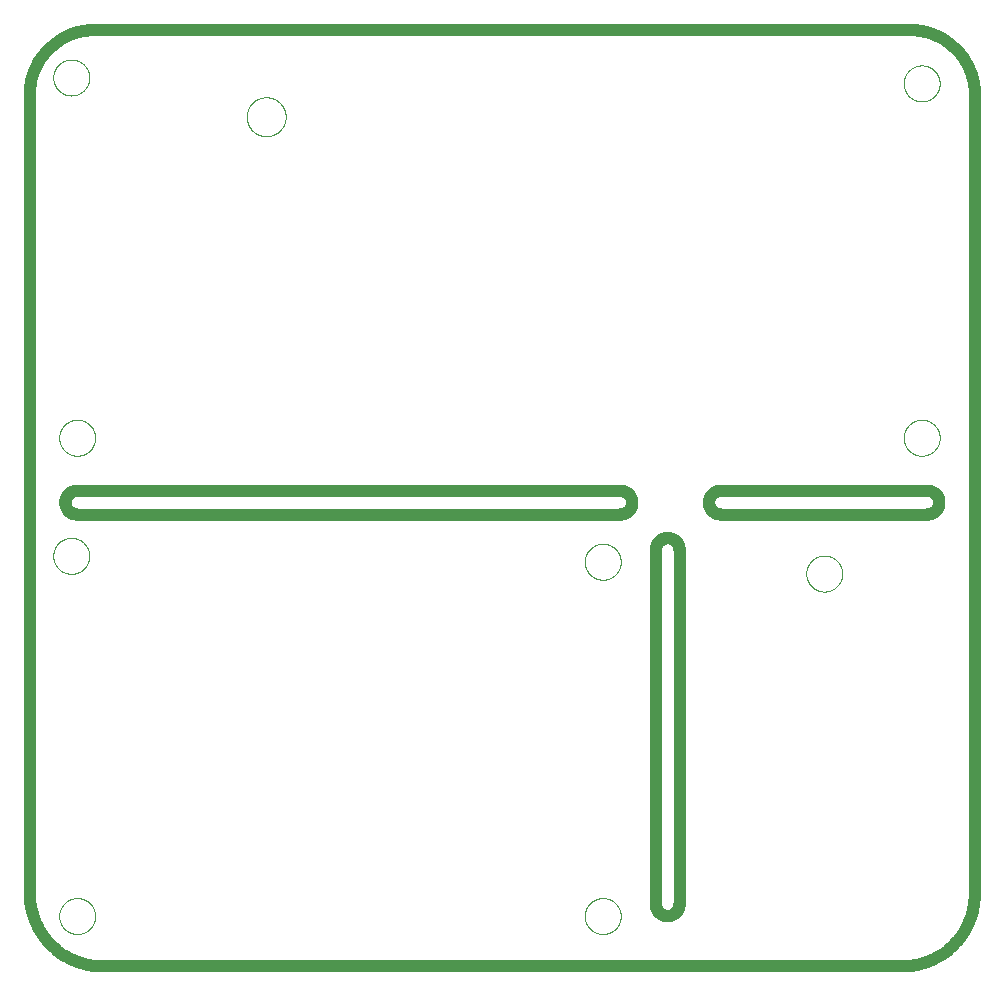
<source format=gbp>
G75*
%MOIN*%
%OFA0B0*%
%FSLAX25Y25*%
%IPPOS*%
%LPD*%
%AMOC8*
5,1,8,0,0,1.08239X$1,22.5*
%
%ADD10C,0.00600*%
%ADD11C,0.00000*%
%ADD12C,0.04000*%
D10*
X0016811Y0026622D02*
X0016811Y0030559D01*
X0016811Y0140795D01*
X0036496Y0156543D02*
X0203819Y0156543D01*
X0016811Y0186071D02*
X0016811Y0298276D01*
X0016811Y0300244D01*
D11*
X0024591Y0302213D02*
X0024593Y0302367D01*
X0024599Y0302522D01*
X0024609Y0302676D01*
X0024623Y0302830D01*
X0024641Y0302983D01*
X0024662Y0303136D01*
X0024688Y0303289D01*
X0024718Y0303440D01*
X0024751Y0303591D01*
X0024789Y0303741D01*
X0024830Y0303890D01*
X0024875Y0304038D01*
X0024924Y0304184D01*
X0024977Y0304330D01*
X0025033Y0304473D01*
X0025093Y0304616D01*
X0025157Y0304756D01*
X0025224Y0304896D01*
X0025295Y0305033D01*
X0025369Y0305168D01*
X0025447Y0305302D01*
X0025528Y0305433D01*
X0025613Y0305562D01*
X0025701Y0305690D01*
X0025792Y0305814D01*
X0025886Y0305937D01*
X0025984Y0306057D01*
X0026084Y0306174D01*
X0026188Y0306289D01*
X0026294Y0306401D01*
X0026403Y0306510D01*
X0026515Y0306616D01*
X0026630Y0306720D01*
X0026747Y0306820D01*
X0026867Y0306918D01*
X0026990Y0307012D01*
X0027114Y0307103D01*
X0027242Y0307191D01*
X0027371Y0307276D01*
X0027502Y0307357D01*
X0027636Y0307435D01*
X0027771Y0307509D01*
X0027908Y0307580D01*
X0028048Y0307647D01*
X0028188Y0307711D01*
X0028331Y0307771D01*
X0028474Y0307827D01*
X0028620Y0307880D01*
X0028766Y0307929D01*
X0028914Y0307974D01*
X0029063Y0308015D01*
X0029213Y0308053D01*
X0029364Y0308086D01*
X0029515Y0308116D01*
X0029668Y0308142D01*
X0029821Y0308163D01*
X0029974Y0308181D01*
X0030128Y0308195D01*
X0030282Y0308205D01*
X0030437Y0308211D01*
X0030591Y0308213D01*
X0030745Y0308211D01*
X0030900Y0308205D01*
X0031054Y0308195D01*
X0031208Y0308181D01*
X0031361Y0308163D01*
X0031514Y0308142D01*
X0031667Y0308116D01*
X0031818Y0308086D01*
X0031969Y0308053D01*
X0032119Y0308015D01*
X0032268Y0307974D01*
X0032416Y0307929D01*
X0032562Y0307880D01*
X0032708Y0307827D01*
X0032851Y0307771D01*
X0032994Y0307711D01*
X0033134Y0307647D01*
X0033274Y0307580D01*
X0033411Y0307509D01*
X0033546Y0307435D01*
X0033680Y0307357D01*
X0033811Y0307276D01*
X0033940Y0307191D01*
X0034068Y0307103D01*
X0034192Y0307012D01*
X0034315Y0306918D01*
X0034435Y0306820D01*
X0034552Y0306720D01*
X0034667Y0306616D01*
X0034779Y0306510D01*
X0034888Y0306401D01*
X0034994Y0306289D01*
X0035098Y0306174D01*
X0035198Y0306057D01*
X0035296Y0305937D01*
X0035390Y0305814D01*
X0035481Y0305690D01*
X0035569Y0305562D01*
X0035654Y0305433D01*
X0035735Y0305302D01*
X0035813Y0305168D01*
X0035887Y0305033D01*
X0035958Y0304896D01*
X0036025Y0304756D01*
X0036089Y0304616D01*
X0036149Y0304473D01*
X0036205Y0304330D01*
X0036258Y0304184D01*
X0036307Y0304038D01*
X0036352Y0303890D01*
X0036393Y0303741D01*
X0036431Y0303591D01*
X0036464Y0303440D01*
X0036494Y0303289D01*
X0036520Y0303136D01*
X0036541Y0302983D01*
X0036559Y0302830D01*
X0036573Y0302676D01*
X0036583Y0302522D01*
X0036589Y0302367D01*
X0036591Y0302213D01*
X0036589Y0302059D01*
X0036583Y0301904D01*
X0036573Y0301750D01*
X0036559Y0301596D01*
X0036541Y0301443D01*
X0036520Y0301290D01*
X0036494Y0301137D01*
X0036464Y0300986D01*
X0036431Y0300835D01*
X0036393Y0300685D01*
X0036352Y0300536D01*
X0036307Y0300388D01*
X0036258Y0300242D01*
X0036205Y0300096D01*
X0036149Y0299953D01*
X0036089Y0299810D01*
X0036025Y0299670D01*
X0035958Y0299530D01*
X0035887Y0299393D01*
X0035813Y0299258D01*
X0035735Y0299124D01*
X0035654Y0298993D01*
X0035569Y0298864D01*
X0035481Y0298736D01*
X0035390Y0298612D01*
X0035296Y0298489D01*
X0035198Y0298369D01*
X0035098Y0298252D01*
X0034994Y0298137D01*
X0034888Y0298025D01*
X0034779Y0297916D01*
X0034667Y0297810D01*
X0034552Y0297706D01*
X0034435Y0297606D01*
X0034315Y0297508D01*
X0034192Y0297414D01*
X0034068Y0297323D01*
X0033940Y0297235D01*
X0033811Y0297150D01*
X0033680Y0297069D01*
X0033546Y0296991D01*
X0033411Y0296917D01*
X0033274Y0296846D01*
X0033134Y0296779D01*
X0032994Y0296715D01*
X0032851Y0296655D01*
X0032708Y0296599D01*
X0032562Y0296546D01*
X0032416Y0296497D01*
X0032268Y0296452D01*
X0032119Y0296411D01*
X0031969Y0296373D01*
X0031818Y0296340D01*
X0031667Y0296310D01*
X0031514Y0296284D01*
X0031361Y0296263D01*
X0031208Y0296245D01*
X0031054Y0296231D01*
X0030900Y0296221D01*
X0030745Y0296215D01*
X0030591Y0296213D01*
X0030437Y0296215D01*
X0030282Y0296221D01*
X0030128Y0296231D01*
X0029974Y0296245D01*
X0029821Y0296263D01*
X0029668Y0296284D01*
X0029515Y0296310D01*
X0029364Y0296340D01*
X0029213Y0296373D01*
X0029063Y0296411D01*
X0028914Y0296452D01*
X0028766Y0296497D01*
X0028620Y0296546D01*
X0028474Y0296599D01*
X0028331Y0296655D01*
X0028188Y0296715D01*
X0028048Y0296779D01*
X0027908Y0296846D01*
X0027771Y0296917D01*
X0027636Y0296991D01*
X0027502Y0297069D01*
X0027371Y0297150D01*
X0027242Y0297235D01*
X0027114Y0297323D01*
X0026990Y0297414D01*
X0026867Y0297508D01*
X0026747Y0297606D01*
X0026630Y0297706D01*
X0026515Y0297810D01*
X0026403Y0297916D01*
X0026294Y0298025D01*
X0026188Y0298137D01*
X0026084Y0298252D01*
X0025984Y0298369D01*
X0025886Y0298489D01*
X0025792Y0298612D01*
X0025701Y0298736D01*
X0025613Y0298864D01*
X0025528Y0298993D01*
X0025447Y0299124D01*
X0025369Y0299258D01*
X0025295Y0299393D01*
X0025224Y0299530D01*
X0025157Y0299670D01*
X0025093Y0299810D01*
X0025033Y0299953D01*
X0024977Y0300096D01*
X0024924Y0300242D01*
X0024875Y0300388D01*
X0024830Y0300536D01*
X0024789Y0300685D01*
X0024751Y0300835D01*
X0024718Y0300986D01*
X0024688Y0301137D01*
X0024662Y0301290D01*
X0024641Y0301443D01*
X0024623Y0301596D01*
X0024609Y0301750D01*
X0024599Y0301904D01*
X0024593Y0302059D01*
X0024591Y0302213D01*
X0089051Y0289126D02*
X0089053Y0289287D01*
X0089059Y0289447D01*
X0089069Y0289608D01*
X0089083Y0289768D01*
X0089101Y0289928D01*
X0089122Y0290087D01*
X0089148Y0290246D01*
X0089178Y0290404D01*
X0089211Y0290561D01*
X0089249Y0290718D01*
X0089290Y0290873D01*
X0089335Y0291027D01*
X0089384Y0291180D01*
X0089437Y0291332D01*
X0089493Y0291483D01*
X0089554Y0291632D01*
X0089617Y0291780D01*
X0089685Y0291926D01*
X0089756Y0292070D01*
X0089830Y0292212D01*
X0089908Y0292353D01*
X0089990Y0292491D01*
X0090075Y0292628D01*
X0090163Y0292762D01*
X0090255Y0292894D01*
X0090350Y0293024D01*
X0090448Y0293152D01*
X0090549Y0293277D01*
X0090653Y0293399D01*
X0090760Y0293519D01*
X0090870Y0293636D01*
X0090983Y0293751D01*
X0091099Y0293862D01*
X0091218Y0293971D01*
X0091339Y0294076D01*
X0091463Y0294179D01*
X0091589Y0294279D01*
X0091717Y0294375D01*
X0091848Y0294468D01*
X0091982Y0294558D01*
X0092117Y0294645D01*
X0092255Y0294728D01*
X0092394Y0294808D01*
X0092536Y0294884D01*
X0092679Y0294957D01*
X0092824Y0295026D01*
X0092971Y0295092D01*
X0093119Y0295154D01*
X0093269Y0295212D01*
X0093420Y0295267D01*
X0093573Y0295318D01*
X0093727Y0295365D01*
X0093882Y0295408D01*
X0094038Y0295447D01*
X0094194Y0295483D01*
X0094352Y0295514D01*
X0094510Y0295542D01*
X0094669Y0295566D01*
X0094829Y0295586D01*
X0094989Y0295602D01*
X0095149Y0295614D01*
X0095310Y0295622D01*
X0095471Y0295626D01*
X0095631Y0295626D01*
X0095792Y0295622D01*
X0095953Y0295614D01*
X0096113Y0295602D01*
X0096273Y0295586D01*
X0096433Y0295566D01*
X0096592Y0295542D01*
X0096750Y0295514D01*
X0096908Y0295483D01*
X0097064Y0295447D01*
X0097220Y0295408D01*
X0097375Y0295365D01*
X0097529Y0295318D01*
X0097682Y0295267D01*
X0097833Y0295212D01*
X0097983Y0295154D01*
X0098131Y0295092D01*
X0098278Y0295026D01*
X0098423Y0294957D01*
X0098566Y0294884D01*
X0098708Y0294808D01*
X0098847Y0294728D01*
X0098985Y0294645D01*
X0099120Y0294558D01*
X0099254Y0294468D01*
X0099385Y0294375D01*
X0099513Y0294279D01*
X0099639Y0294179D01*
X0099763Y0294076D01*
X0099884Y0293971D01*
X0100003Y0293862D01*
X0100119Y0293751D01*
X0100232Y0293636D01*
X0100342Y0293519D01*
X0100449Y0293399D01*
X0100553Y0293277D01*
X0100654Y0293152D01*
X0100752Y0293024D01*
X0100847Y0292894D01*
X0100939Y0292762D01*
X0101027Y0292628D01*
X0101112Y0292491D01*
X0101194Y0292353D01*
X0101272Y0292212D01*
X0101346Y0292070D01*
X0101417Y0291926D01*
X0101485Y0291780D01*
X0101548Y0291632D01*
X0101609Y0291483D01*
X0101665Y0291332D01*
X0101718Y0291180D01*
X0101767Y0291027D01*
X0101812Y0290873D01*
X0101853Y0290718D01*
X0101891Y0290561D01*
X0101924Y0290404D01*
X0101954Y0290246D01*
X0101980Y0290087D01*
X0102001Y0289928D01*
X0102019Y0289768D01*
X0102033Y0289608D01*
X0102043Y0289447D01*
X0102049Y0289287D01*
X0102051Y0289126D01*
X0102049Y0288965D01*
X0102043Y0288805D01*
X0102033Y0288644D01*
X0102019Y0288484D01*
X0102001Y0288324D01*
X0101980Y0288165D01*
X0101954Y0288006D01*
X0101924Y0287848D01*
X0101891Y0287691D01*
X0101853Y0287534D01*
X0101812Y0287379D01*
X0101767Y0287225D01*
X0101718Y0287072D01*
X0101665Y0286920D01*
X0101609Y0286769D01*
X0101548Y0286620D01*
X0101485Y0286472D01*
X0101417Y0286326D01*
X0101346Y0286182D01*
X0101272Y0286040D01*
X0101194Y0285899D01*
X0101112Y0285761D01*
X0101027Y0285624D01*
X0100939Y0285490D01*
X0100847Y0285358D01*
X0100752Y0285228D01*
X0100654Y0285100D01*
X0100553Y0284975D01*
X0100449Y0284853D01*
X0100342Y0284733D01*
X0100232Y0284616D01*
X0100119Y0284501D01*
X0100003Y0284390D01*
X0099884Y0284281D01*
X0099763Y0284176D01*
X0099639Y0284073D01*
X0099513Y0283973D01*
X0099385Y0283877D01*
X0099254Y0283784D01*
X0099120Y0283694D01*
X0098985Y0283607D01*
X0098847Y0283524D01*
X0098708Y0283444D01*
X0098566Y0283368D01*
X0098423Y0283295D01*
X0098278Y0283226D01*
X0098131Y0283160D01*
X0097983Y0283098D01*
X0097833Y0283040D01*
X0097682Y0282985D01*
X0097529Y0282934D01*
X0097375Y0282887D01*
X0097220Y0282844D01*
X0097064Y0282805D01*
X0096908Y0282769D01*
X0096750Y0282738D01*
X0096592Y0282710D01*
X0096433Y0282686D01*
X0096273Y0282666D01*
X0096113Y0282650D01*
X0095953Y0282638D01*
X0095792Y0282630D01*
X0095631Y0282626D01*
X0095471Y0282626D01*
X0095310Y0282630D01*
X0095149Y0282638D01*
X0094989Y0282650D01*
X0094829Y0282666D01*
X0094669Y0282686D01*
X0094510Y0282710D01*
X0094352Y0282738D01*
X0094194Y0282769D01*
X0094038Y0282805D01*
X0093882Y0282844D01*
X0093727Y0282887D01*
X0093573Y0282934D01*
X0093420Y0282985D01*
X0093269Y0283040D01*
X0093119Y0283098D01*
X0092971Y0283160D01*
X0092824Y0283226D01*
X0092679Y0283295D01*
X0092536Y0283368D01*
X0092394Y0283444D01*
X0092255Y0283524D01*
X0092117Y0283607D01*
X0091982Y0283694D01*
X0091848Y0283784D01*
X0091717Y0283877D01*
X0091589Y0283973D01*
X0091463Y0284073D01*
X0091339Y0284176D01*
X0091218Y0284281D01*
X0091099Y0284390D01*
X0090983Y0284501D01*
X0090870Y0284616D01*
X0090760Y0284733D01*
X0090653Y0284853D01*
X0090549Y0284975D01*
X0090448Y0285100D01*
X0090350Y0285228D01*
X0090255Y0285358D01*
X0090163Y0285490D01*
X0090075Y0285624D01*
X0089990Y0285761D01*
X0089908Y0285899D01*
X0089830Y0286040D01*
X0089756Y0286182D01*
X0089685Y0286326D01*
X0089617Y0286472D01*
X0089554Y0286620D01*
X0089493Y0286769D01*
X0089437Y0286920D01*
X0089384Y0287072D01*
X0089335Y0287225D01*
X0089290Y0287379D01*
X0089249Y0287534D01*
X0089211Y0287691D01*
X0089178Y0287848D01*
X0089148Y0288006D01*
X0089122Y0288165D01*
X0089101Y0288324D01*
X0089083Y0288484D01*
X0089069Y0288644D01*
X0089059Y0288805D01*
X0089053Y0288965D01*
X0089051Y0289126D01*
X0026559Y0182134D02*
X0026561Y0182288D01*
X0026567Y0182443D01*
X0026577Y0182597D01*
X0026591Y0182751D01*
X0026609Y0182904D01*
X0026630Y0183057D01*
X0026656Y0183210D01*
X0026686Y0183361D01*
X0026719Y0183512D01*
X0026757Y0183662D01*
X0026798Y0183811D01*
X0026843Y0183959D01*
X0026892Y0184105D01*
X0026945Y0184251D01*
X0027001Y0184394D01*
X0027061Y0184537D01*
X0027125Y0184677D01*
X0027192Y0184817D01*
X0027263Y0184954D01*
X0027337Y0185089D01*
X0027415Y0185223D01*
X0027496Y0185354D01*
X0027581Y0185483D01*
X0027669Y0185611D01*
X0027760Y0185735D01*
X0027854Y0185858D01*
X0027952Y0185978D01*
X0028052Y0186095D01*
X0028156Y0186210D01*
X0028262Y0186322D01*
X0028371Y0186431D01*
X0028483Y0186537D01*
X0028598Y0186641D01*
X0028715Y0186741D01*
X0028835Y0186839D01*
X0028958Y0186933D01*
X0029082Y0187024D01*
X0029210Y0187112D01*
X0029339Y0187197D01*
X0029470Y0187278D01*
X0029604Y0187356D01*
X0029739Y0187430D01*
X0029876Y0187501D01*
X0030016Y0187568D01*
X0030156Y0187632D01*
X0030299Y0187692D01*
X0030442Y0187748D01*
X0030588Y0187801D01*
X0030734Y0187850D01*
X0030882Y0187895D01*
X0031031Y0187936D01*
X0031181Y0187974D01*
X0031332Y0188007D01*
X0031483Y0188037D01*
X0031636Y0188063D01*
X0031789Y0188084D01*
X0031942Y0188102D01*
X0032096Y0188116D01*
X0032250Y0188126D01*
X0032405Y0188132D01*
X0032559Y0188134D01*
X0032713Y0188132D01*
X0032868Y0188126D01*
X0033022Y0188116D01*
X0033176Y0188102D01*
X0033329Y0188084D01*
X0033482Y0188063D01*
X0033635Y0188037D01*
X0033786Y0188007D01*
X0033937Y0187974D01*
X0034087Y0187936D01*
X0034236Y0187895D01*
X0034384Y0187850D01*
X0034530Y0187801D01*
X0034676Y0187748D01*
X0034819Y0187692D01*
X0034962Y0187632D01*
X0035102Y0187568D01*
X0035242Y0187501D01*
X0035379Y0187430D01*
X0035514Y0187356D01*
X0035648Y0187278D01*
X0035779Y0187197D01*
X0035908Y0187112D01*
X0036036Y0187024D01*
X0036160Y0186933D01*
X0036283Y0186839D01*
X0036403Y0186741D01*
X0036520Y0186641D01*
X0036635Y0186537D01*
X0036747Y0186431D01*
X0036856Y0186322D01*
X0036962Y0186210D01*
X0037066Y0186095D01*
X0037166Y0185978D01*
X0037264Y0185858D01*
X0037358Y0185735D01*
X0037449Y0185611D01*
X0037537Y0185483D01*
X0037622Y0185354D01*
X0037703Y0185223D01*
X0037781Y0185089D01*
X0037855Y0184954D01*
X0037926Y0184817D01*
X0037993Y0184677D01*
X0038057Y0184537D01*
X0038117Y0184394D01*
X0038173Y0184251D01*
X0038226Y0184105D01*
X0038275Y0183959D01*
X0038320Y0183811D01*
X0038361Y0183662D01*
X0038399Y0183512D01*
X0038432Y0183361D01*
X0038462Y0183210D01*
X0038488Y0183057D01*
X0038509Y0182904D01*
X0038527Y0182751D01*
X0038541Y0182597D01*
X0038551Y0182443D01*
X0038557Y0182288D01*
X0038559Y0182134D01*
X0038557Y0181980D01*
X0038551Y0181825D01*
X0038541Y0181671D01*
X0038527Y0181517D01*
X0038509Y0181364D01*
X0038488Y0181211D01*
X0038462Y0181058D01*
X0038432Y0180907D01*
X0038399Y0180756D01*
X0038361Y0180606D01*
X0038320Y0180457D01*
X0038275Y0180309D01*
X0038226Y0180163D01*
X0038173Y0180017D01*
X0038117Y0179874D01*
X0038057Y0179731D01*
X0037993Y0179591D01*
X0037926Y0179451D01*
X0037855Y0179314D01*
X0037781Y0179179D01*
X0037703Y0179045D01*
X0037622Y0178914D01*
X0037537Y0178785D01*
X0037449Y0178657D01*
X0037358Y0178533D01*
X0037264Y0178410D01*
X0037166Y0178290D01*
X0037066Y0178173D01*
X0036962Y0178058D01*
X0036856Y0177946D01*
X0036747Y0177837D01*
X0036635Y0177731D01*
X0036520Y0177627D01*
X0036403Y0177527D01*
X0036283Y0177429D01*
X0036160Y0177335D01*
X0036036Y0177244D01*
X0035908Y0177156D01*
X0035779Y0177071D01*
X0035648Y0176990D01*
X0035514Y0176912D01*
X0035379Y0176838D01*
X0035242Y0176767D01*
X0035102Y0176700D01*
X0034962Y0176636D01*
X0034819Y0176576D01*
X0034676Y0176520D01*
X0034530Y0176467D01*
X0034384Y0176418D01*
X0034236Y0176373D01*
X0034087Y0176332D01*
X0033937Y0176294D01*
X0033786Y0176261D01*
X0033635Y0176231D01*
X0033482Y0176205D01*
X0033329Y0176184D01*
X0033176Y0176166D01*
X0033022Y0176152D01*
X0032868Y0176142D01*
X0032713Y0176136D01*
X0032559Y0176134D01*
X0032405Y0176136D01*
X0032250Y0176142D01*
X0032096Y0176152D01*
X0031942Y0176166D01*
X0031789Y0176184D01*
X0031636Y0176205D01*
X0031483Y0176231D01*
X0031332Y0176261D01*
X0031181Y0176294D01*
X0031031Y0176332D01*
X0030882Y0176373D01*
X0030734Y0176418D01*
X0030588Y0176467D01*
X0030442Y0176520D01*
X0030299Y0176576D01*
X0030156Y0176636D01*
X0030016Y0176700D01*
X0029876Y0176767D01*
X0029739Y0176838D01*
X0029604Y0176912D01*
X0029470Y0176990D01*
X0029339Y0177071D01*
X0029210Y0177156D01*
X0029082Y0177244D01*
X0028958Y0177335D01*
X0028835Y0177429D01*
X0028715Y0177527D01*
X0028598Y0177627D01*
X0028483Y0177731D01*
X0028371Y0177837D01*
X0028262Y0177946D01*
X0028156Y0178058D01*
X0028052Y0178173D01*
X0027952Y0178290D01*
X0027854Y0178410D01*
X0027760Y0178533D01*
X0027669Y0178657D01*
X0027581Y0178785D01*
X0027496Y0178914D01*
X0027415Y0179045D01*
X0027337Y0179179D01*
X0027263Y0179314D01*
X0027192Y0179451D01*
X0027125Y0179591D01*
X0027061Y0179731D01*
X0027001Y0179874D01*
X0026945Y0180017D01*
X0026892Y0180163D01*
X0026843Y0180309D01*
X0026798Y0180457D01*
X0026757Y0180606D01*
X0026719Y0180756D01*
X0026686Y0180907D01*
X0026656Y0181058D01*
X0026630Y0181211D01*
X0026609Y0181364D01*
X0026591Y0181517D01*
X0026577Y0181671D01*
X0026567Y0181825D01*
X0026561Y0181980D01*
X0026559Y0182134D01*
X0024591Y0142764D02*
X0024593Y0142918D01*
X0024599Y0143073D01*
X0024609Y0143227D01*
X0024623Y0143381D01*
X0024641Y0143534D01*
X0024662Y0143687D01*
X0024688Y0143840D01*
X0024718Y0143991D01*
X0024751Y0144142D01*
X0024789Y0144292D01*
X0024830Y0144441D01*
X0024875Y0144589D01*
X0024924Y0144735D01*
X0024977Y0144881D01*
X0025033Y0145024D01*
X0025093Y0145167D01*
X0025157Y0145307D01*
X0025224Y0145447D01*
X0025295Y0145584D01*
X0025369Y0145719D01*
X0025447Y0145853D01*
X0025528Y0145984D01*
X0025613Y0146113D01*
X0025701Y0146241D01*
X0025792Y0146365D01*
X0025886Y0146488D01*
X0025984Y0146608D01*
X0026084Y0146725D01*
X0026188Y0146840D01*
X0026294Y0146952D01*
X0026403Y0147061D01*
X0026515Y0147167D01*
X0026630Y0147271D01*
X0026747Y0147371D01*
X0026867Y0147469D01*
X0026990Y0147563D01*
X0027114Y0147654D01*
X0027242Y0147742D01*
X0027371Y0147827D01*
X0027502Y0147908D01*
X0027636Y0147986D01*
X0027771Y0148060D01*
X0027908Y0148131D01*
X0028048Y0148198D01*
X0028188Y0148262D01*
X0028331Y0148322D01*
X0028474Y0148378D01*
X0028620Y0148431D01*
X0028766Y0148480D01*
X0028914Y0148525D01*
X0029063Y0148566D01*
X0029213Y0148604D01*
X0029364Y0148637D01*
X0029515Y0148667D01*
X0029668Y0148693D01*
X0029821Y0148714D01*
X0029974Y0148732D01*
X0030128Y0148746D01*
X0030282Y0148756D01*
X0030437Y0148762D01*
X0030591Y0148764D01*
X0030745Y0148762D01*
X0030900Y0148756D01*
X0031054Y0148746D01*
X0031208Y0148732D01*
X0031361Y0148714D01*
X0031514Y0148693D01*
X0031667Y0148667D01*
X0031818Y0148637D01*
X0031969Y0148604D01*
X0032119Y0148566D01*
X0032268Y0148525D01*
X0032416Y0148480D01*
X0032562Y0148431D01*
X0032708Y0148378D01*
X0032851Y0148322D01*
X0032994Y0148262D01*
X0033134Y0148198D01*
X0033274Y0148131D01*
X0033411Y0148060D01*
X0033546Y0147986D01*
X0033680Y0147908D01*
X0033811Y0147827D01*
X0033940Y0147742D01*
X0034068Y0147654D01*
X0034192Y0147563D01*
X0034315Y0147469D01*
X0034435Y0147371D01*
X0034552Y0147271D01*
X0034667Y0147167D01*
X0034779Y0147061D01*
X0034888Y0146952D01*
X0034994Y0146840D01*
X0035098Y0146725D01*
X0035198Y0146608D01*
X0035296Y0146488D01*
X0035390Y0146365D01*
X0035481Y0146241D01*
X0035569Y0146113D01*
X0035654Y0145984D01*
X0035735Y0145853D01*
X0035813Y0145719D01*
X0035887Y0145584D01*
X0035958Y0145447D01*
X0036025Y0145307D01*
X0036089Y0145167D01*
X0036149Y0145024D01*
X0036205Y0144881D01*
X0036258Y0144735D01*
X0036307Y0144589D01*
X0036352Y0144441D01*
X0036393Y0144292D01*
X0036431Y0144142D01*
X0036464Y0143991D01*
X0036494Y0143840D01*
X0036520Y0143687D01*
X0036541Y0143534D01*
X0036559Y0143381D01*
X0036573Y0143227D01*
X0036583Y0143073D01*
X0036589Y0142918D01*
X0036591Y0142764D01*
X0036589Y0142610D01*
X0036583Y0142455D01*
X0036573Y0142301D01*
X0036559Y0142147D01*
X0036541Y0141994D01*
X0036520Y0141841D01*
X0036494Y0141688D01*
X0036464Y0141537D01*
X0036431Y0141386D01*
X0036393Y0141236D01*
X0036352Y0141087D01*
X0036307Y0140939D01*
X0036258Y0140793D01*
X0036205Y0140647D01*
X0036149Y0140504D01*
X0036089Y0140361D01*
X0036025Y0140221D01*
X0035958Y0140081D01*
X0035887Y0139944D01*
X0035813Y0139809D01*
X0035735Y0139675D01*
X0035654Y0139544D01*
X0035569Y0139415D01*
X0035481Y0139287D01*
X0035390Y0139163D01*
X0035296Y0139040D01*
X0035198Y0138920D01*
X0035098Y0138803D01*
X0034994Y0138688D01*
X0034888Y0138576D01*
X0034779Y0138467D01*
X0034667Y0138361D01*
X0034552Y0138257D01*
X0034435Y0138157D01*
X0034315Y0138059D01*
X0034192Y0137965D01*
X0034068Y0137874D01*
X0033940Y0137786D01*
X0033811Y0137701D01*
X0033680Y0137620D01*
X0033546Y0137542D01*
X0033411Y0137468D01*
X0033274Y0137397D01*
X0033134Y0137330D01*
X0032994Y0137266D01*
X0032851Y0137206D01*
X0032708Y0137150D01*
X0032562Y0137097D01*
X0032416Y0137048D01*
X0032268Y0137003D01*
X0032119Y0136962D01*
X0031969Y0136924D01*
X0031818Y0136891D01*
X0031667Y0136861D01*
X0031514Y0136835D01*
X0031361Y0136814D01*
X0031208Y0136796D01*
X0031054Y0136782D01*
X0030900Y0136772D01*
X0030745Y0136766D01*
X0030591Y0136764D01*
X0030437Y0136766D01*
X0030282Y0136772D01*
X0030128Y0136782D01*
X0029974Y0136796D01*
X0029821Y0136814D01*
X0029668Y0136835D01*
X0029515Y0136861D01*
X0029364Y0136891D01*
X0029213Y0136924D01*
X0029063Y0136962D01*
X0028914Y0137003D01*
X0028766Y0137048D01*
X0028620Y0137097D01*
X0028474Y0137150D01*
X0028331Y0137206D01*
X0028188Y0137266D01*
X0028048Y0137330D01*
X0027908Y0137397D01*
X0027771Y0137468D01*
X0027636Y0137542D01*
X0027502Y0137620D01*
X0027371Y0137701D01*
X0027242Y0137786D01*
X0027114Y0137874D01*
X0026990Y0137965D01*
X0026867Y0138059D01*
X0026747Y0138157D01*
X0026630Y0138257D01*
X0026515Y0138361D01*
X0026403Y0138467D01*
X0026294Y0138576D01*
X0026188Y0138688D01*
X0026084Y0138803D01*
X0025984Y0138920D01*
X0025886Y0139040D01*
X0025792Y0139163D01*
X0025701Y0139287D01*
X0025613Y0139415D01*
X0025528Y0139544D01*
X0025447Y0139675D01*
X0025369Y0139809D01*
X0025295Y0139944D01*
X0025224Y0140081D01*
X0025157Y0140221D01*
X0025093Y0140361D01*
X0025033Y0140504D01*
X0024977Y0140647D01*
X0024924Y0140793D01*
X0024875Y0140939D01*
X0024830Y0141087D01*
X0024789Y0141236D01*
X0024751Y0141386D01*
X0024718Y0141537D01*
X0024688Y0141688D01*
X0024662Y0141841D01*
X0024641Y0141994D01*
X0024623Y0142147D01*
X0024609Y0142301D01*
X0024599Y0142455D01*
X0024593Y0142610D01*
X0024591Y0142764D01*
X0026559Y0022685D02*
X0026561Y0022839D01*
X0026567Y0022994D01*
X0026577Y0023148D01*
X0026591Y0023302D01*
X0026609Y0023455D01*
X0026630Y0023608D01*
X0026656Y0023761D01*
X0026686Y0023912D01*
X0026719Y0024063D01*
X0026757Y0024213D01*
X0026798Y0024362D01*
X0026843Y0024510D01*
X0026892Y0024656D01*
X0026945Y0024802D01*
X0027001Y0024945D01*
X0027061Y0025088D01*
X0027125Y0025228D01*
X0027192Y0025368D01*
X0027263Y0025505D01*
X0027337Y0025640D01*
X0027415Y0025774D01*
X0027496Y0025905D01*
X0027581Y0026034D01*
X0027669Y0026162D01*
X0027760Y0026286D01*
X0027854Y0026409D01*
X0027952Y0026529D01*
X0028052Y0026646D01*
X0028156Y0026761D01*
X0028262Y0026873D01*
X0028371Y0026982D01*
X0028483Y0027088D01*
X0028598Y0027192D01*
X0028715Y0027292D01*
X0028835Y0027390D01*
X0028958Y0027484D01*
X0029082Y0027575D01*
X0029210Y0027663D01*
X0029339Y0027748D01*
X0029470Y0027829D01*
X0029604Y0027907D01*
X0029739Y0027981D01*
X0029876Y0028052D01*
X0030016Y0028119D01*
X0030156Y0028183D01*
X0030299Y0028243D01*
X0030442Y0028299D01*
X0030588Y0028352D01*
X0030734Y0028401D01*
X0030882Y0028446D01*
X0031031Y0028487D01*
X0031181Y0028525D01*
X0031332Y0028558D01*
X0031483Y0028588D01*
X0031636Y0028614D01*
X0031789Y0028635D01*
X0031942Y0028653D01*
X0032096Y0028667D01*
X0032250Y0028677D01*
X0032405Y0028683D01*
X0032559Y0028685D01*
X0032713Y0028683D01*
X0032868Y0028677D01*
X0033022Y0028667D01*
X0033176Y0028653D01*
X0033329Y0028635D01*
X0033482Y0028614D01*
X0033635Y0028588D01*
X0033786Y0028558D01*
X0033937Y0028525D01*
X0034087Y0028487D01*
X0034236Y0028446D01*
X0034384Y0028401D01*
X0034530Y0028352D01*
X0034676Y0028299D01*
X0034819Y0028243D01*
X0034962Y0028183D01*
X0035102Y0028119D01*
X0035242Y0028052D01*
X0035379Y0027981D01*
X0035514Y0027907D01*
X0035648Y0027829D01*
X0035779Y0027748D01*
X0035908Y0027663D01*
X0036036Y0027575D01*
X0036160Y0027484D01*
X0036283Y0027390D01*
X0036403Y0027292D01*
X0036520Y0027192D01*
X0036635Y0027088D01*
X0036747Y0026982D01*
X0036856Y0026873D01*
X0036962Y0026761D01*
X0037066Y0026646D01*
X0037166Y0026529D01*
X0037264Y0026409D01*
X0037358Y0026286D01*
X0037449Y0026162D01*
X0037537Y0026034D01*
X0037622Y0025905D01*
X0037703Y0025774D01*
X0037781Y0025640D01*
X0037855Y0025505D01*
X0037926Y0025368D01*
X0037993Y0025228D01*
X0038057Y0025088D01*
X0038117Y0024945D01*
X0038173Y0024802D01*
X0038226Y0024656D01*
X0038275Y0024510D01*
X0038320Y0024362D01*
X0038361Y0024213D01*
X0038399Y0024063D01*
X0038432Y0023912D01*
X0038462Y0023761D01*
X0038488Y0023608D01*
X0038509Y0023455D01*
X0038527Y0023302D01*
X0038541Y0023148D01*
X0038551Y0022994D01*
X0038557Y0022839D01*
X0038559Y0022685D01*
X0038557Y0022531D01*
X0038551Y0022376D01*
X0038541Y0022222D01*
X0038527Y0022068D01*
X0038509Y0021915D01*
X0038488Y0021762D01*
X0038462Y0021609D01*
X0038432Y0021458D01*
X0038399Y0021307D01*
X0038361Y0021157D01*
X0038320Y0021008D01*
X0038275Y0020860D01*
X0038226Y0020714D01*
X0038173Y0020568D01*
X0038117Y0020425D01*
X0038057Y0020282D01*
X0037993Y0020142D01*
X0037926Y0020002D01*
X0037855Y0019865D01*
X0037781Y0019730D01*
X0037703Y0019596D01*
X0037622Y0019465D01*
X0037537Y0019336D01*
X0037449Y0019208D01*
X0037358Y0019084D01*
X0037264Y0018961D01*
X0037166Y0018841D01*
X0037066Y0018724D01*
X0036962Y0018609D01*
X0036856Y0018497D01*
X0036747Y0018388D01*
X0036635Y0018282D01*
X0036520Y0018178D01*
X0036403Y0018078D01*
X0036283Y0017980D01*
X0036160Y0017886D01*
X0036036Y0017795D01*
X0035908Y0017707D01*
X0035779Y0017622D01*
X0035648Y0017541D01*
X0035514Y0017463D01*
X0035379Y0017389D01*
X0035242Y0017318D01*
X0035102Y0017251D01*
X0034962Y0017187D01*
X0034819Y0017127D01*
X0034676Y0017071D01*
X0034530Y0017018D01*
X0034384Y0016969D01*
X0034236Y0016924D01*
X0034087Y0016883D01*
X0033937Y0016845D01*
X0033786Y0016812D01*
X0033635Y0016782D01*
X0033482Y0016756D01*
X0033329Y0016735D01*
X0033176Y0016717D01*
X0033022Y0016703D01*
X0032868Y0016693D01*
X0032713Y0016687D01*
X0032559Y0016685D01*
X0032405Y0016687D01*
X0032250Y0016693D01*
X0032096Y0016703D01*
X0031942Y0016717D01*
X0031789Y0016735D01*
X0031636Y0016756D01*
X0031483Y0016782D01*
X0031332Y0016812D01*
X0031181Y0016845D01*
X0031031Y0016883D01*
X0030882Y0016924D01*
X0030734Y0016969D01*
X0030588Y0017018D01*
X0030442Y0017071D01*
X0030299Y0017127D01*
X0030156Y0017187D01*
X0030016Y0017251D01*
X0029876Y0017318D01*
X0029739Y0017389D01*
X0029604Y0017463D01*
X0029470Y0017541D01*
X0029339Y0017622D01*
X0029210Y0017707D01*
X0029082Y0017795D01*
X0028958Y0017886D01*
X0028835Y0017980D01*
X0028715Y0018078D01*
X0028598Y0018178D01*
X0028483Y0018282D01*
X0028371Y0018388D01*
X0028262Y0018497D01*
X0028156Y0018609D01*
X0028052Y0018724D01*
X0027952Y0018841D01*
X0027854Y0018961D01*
X0027760Y0019084D01*
X0027669Y0019208D01*
X0027581Y0019336D01*
X0027496Y0019465D01*
X0027415Y0019596D01*
X0027337Y0019730D01*
X0027263Y0019865D01*
X0027192Y0020002D01*
X0027125Y0020142D01*
X0027061Y0020282D01*
X0027001Y0020425D01*
X0026945Y0020568D01*
X0026892Y0020714D01*
X0026843Y0020860D01*
X0026798Y0021008D01*
X0026757Y0021157D01*
X0026719Y0021307D01*
X0026686Y0021458D01*
X0026656Y0021609D01*
X0026630Y0021762D01*
X0026609Y0021915D01*
X0026591Y0022068D01*
X0026577Y0022222D01*
X0026567Y0022376D01*
X0026561Y0022531D01*
X0026559Y0022685D01*
X0201756Y0022685D02*
X0201758Y0022839D01*
X0201764Y0022994D01*
X0201774Y0023148D01*
X0201788Y0023302D01*
X0201806Y0023455D01*
X0201827Y0023608D01*
X0201853Y0023761D01*
X0201883Y0023912D01*
X0201916Y0024063D01*
X0201954Y0024213D01*
X0201995Y0024362D01*
X0202040Y0024510D01*
X0202089Y0024656D01*
X0202142Y0024802D01*
X0202198Y0024945D01*
X0202258Y0025088D01*
X0202322Y0025228D01*
X0202389Y0025368D01*
X0202460Y0025505D01*
X0202534Y0025640D01*
X0202612Y0025774D01*
X0202693Y0025905D01*
X0202778Y0026034D01*
X0202866Y0026162D01*
X0202957Y0026286D01*
X0203051Y0026409D01*
X0203149Y0026529D01*
X0203249Y0026646D01*
X0203353Y0026761D01*
X0203459Y0026873D01*
X0203568Y0026982D01*
X0203680Y0027088D01*
X0203795Y0027192D01*
X0203912Y0027292D01*
X0204032Y0027390D01*
X0204155Y0027484D01*
X0204279Y0027575D01*
X0204407Y0027663D01*
X0204536Y0027748D01*
X0204667Y0027829D01*
X0204801Y0027907D01*
X0204936Y0027981D01*
X0205073Y0028052D01*
X0205213Y0028119D01*
X0205353Y0028183D01*
X0205496Y0028243D01*
X0205639Y0028299D01*
X0205785Y0028352D01*
X0205931Y0028401D01*
X0206079Y0028446D01*
X0206228Y0028487D01*
X0206378Y0028525D01*
X0206529Y0028558D01*
X0206680Y0028588D01*
X0206833Y0028614D01*
X0206986Y0028635D01*
X0207139Y0028653D01*
X0207293Y0028667D01*
X0207447Y0028677D01*
X0207602Y0028683D01*
X0207756Y0028685D01*
X0207910Y0028683D01*
X0208065Y0028677D01*
X0208219Y0028667D01*
X0208373Y0028653D01*
X0208526Y0028635D01*
X0208679Y0028614D01*
X0208832Y0028588D01*
X0208983Y0028558D01*
X0209134Y0028525D01*
X0209284Y0028487D01*
X0209433Y0028446D01*
X0209581Y0028401D01*
X0209727Y0028352D01*
X0209873Y0028299D01*
X0210016Y0028243D01*
X0210159Y0028183D01*
X0210299Y0028119D01*
X0210439Y0028052D01*
X0210576Y0027981D01*
X0210711Y0027907D01*
X0210845Y0027829D01*
X0210976Y0027748D01*
X0211105Y0027663D01*
X0211233Y0027575D01*
X0211357Y0027484D01*
X0211480Y0027390D01*
X0211600Y0027292D01*
X0211717Y0027192D01*
X0211832Y0027088D01*
X0211944Y0026982D01*
X0212053Y0026873D01*
X0212159Y0026761D01*
X0212263Y0026646D01*
X0212363Y0026529D01*
X0212461Y0026409D01*
X0212555Y0026286D01*
X0212646Y0026162D01*
X0212734Y0026034D01*
X0212819Y0025905D01*
X0212900Y0025774D01*
X0212978Y0025640D01*
X0213052Y0025505D01*
X0213123Y0025368D01*
X0213190Y0025228D01*
X0213254Y0025088D01*
X0213314Y0024945D01*
X0213370Y0024802D01*
X0213423Y0024656D01*
X0213472Y0024510D01*
X0213517Y0024362D01*
X0213558Y0024213D01*
X0213596Y0024063D01*
X0213629Y0023912D01*
X0213659Y0023761D01*
X0213685Y0023608D01*
X0213706Y0023455D01*
X0213724Y0023302D01*
X0213738Y0023148D01*
X0213748Y0022994D01*
X0213754Y0022839D01*
X0213756Y0022685D01*
X0213754Y0022531D01*
X0213748Y0022376D01*
X0213738Y0022222D01*
X0213724Y0022068D01*
X0213706Y0021915D01*
X0213685Y0021762D01*
X0213659Y0021609D01*
X0213629Y0021458D01*
X0213596Y0021307D01*
X0213558Y0021157D01*
X0213517Y0021008D01*
X0213472Y0020860D01*
X0213423Y0020714D01*
X0213370Y0020568D01*
X0213314Y0020425D01*
X0213254Y0020282D01*
X0213190Y0020142D01*
X0213123Y0020002D01*
X0213052Y0019865D01*
X0212978Y0019730D01*
X0212900Y0019596D01*
X0212819Y0019465D01*
X0212734Y0019336D01*
X0212646Y0019208D01*
X0212555Y0019084D01*
X0212461Y0018961D01*
X0212363Y0018841D01*
X0212263Y0018724D01*
X0212159Y0018609D01*
X0212053Y0018497D01*
X0211944Y0018388D01*
X0211832Y0018282D01*
X0211717Y0018178D01*
X0211600Y0018078D01*
X0211480Y0017980D01*
X0211357Y0017886D01*
X0211233Y0017795D01*
X0211105Y0017707D01*
X0210976Y0017622D01*
X0210845Y0017541D01*
X0210711Y0017463D01*
X0210576Y0017389D01*
X0210439Y0017318D01*
X0210299Y0017251D01*
X0210159Y0017187D01*
X0210016Y0017127D01*
X0209873Y0017071D01*
X0209727Y0017018D01*
X0209581Y0016969D01*
X0209433Y0016924D01*
X0209284Y0016883D01*
X0209134Y0016845D01*
X0208983Y0016812D01*
X0208832Y0016782D01*
X0208679Y0016756D01*
X0208526Y0016735D01*
X0208373Y0016717D01*
X0208219Y0016703D01*
X0208065Y0016693D01*
X0207910Y0016687D01*
X0207756Y0016685D01*
X0207602Y0016687D01*
X0207447Y0016693D01*
X0207293Y0016703D01*
X0207139Y0016717D01*
X0206986Y0016735D01*
X0206833Y0016756D01*
X0206680Y0016782D01*
X0206529Y0016812D01*
X0206378Y0016845D01*
X0206228Y0016883D01*
X0206079Y0016924D01*
X0205931Y0016969D01*
X0205785Y0017018D01*
X0205639Y0017071D01*
X0205496Y0017127D01*
X0205353Y0017187D01*
X0205213Y0017251D01*
X0205073Y0017318D01*
X0204936Y0017389D01*
X0204801Y0017463D01*
X0204667Y0017541D01*
X0204536Y0017622D01*
X0204407Y0017707D01*
X0204279Y0017795D01*
X0204155Y0017886D01*
X0204032Y0017980D01*
X0203912Y0018078D01*
X0203795Y0018178D01*
X0203680Y0018282D01*
X0203568Y0018388D01*
X0203459Y0018497D01*
X0203353Y0018609D01*
X0203249Y0018724D01*
X0203149Y0018841D01*
X0203051Y0018961D01*
X0202957Y0019084D01*
X0202866Y0019208D01*
X0202778Y0019336D01*
X0202693Y0019465D01*
X0202612Y0019596D01*
X0202534Y0019730D01*
X0202460Y0019865D01*
X0202389Y0020002D01*
X0202322Y0020142D01*
X0202258Y0020282D01*
X0202198Y0020425D01*
X0202142Y0020568D01*
X0202089Y0020714D01*
X0202040Y0020860D01*
X0201995Y0021008D01*
X0201954Y0021157D01*
X0201916Y0021307D01*
X0201883Y0021458D01*
X0201853Y0021609D01*
X0201827Y0021762D01*
X0201806Y0021915D01*
X0201788Y0022068D01*
X0201774Y0022222D01*
X0201764Y0022376D01*
X0201758Y0022531D01*
X0201756Y0022685D01*
X0275575Y0136858D02*
X0275577Y0137012D01*
X0275583Y0137167D01*
X0275593Y0137321D01*
X0275607Y0137475D01*
X0275625Y0137628D01*
X0275646Y0137781D01*
X0275672Y0137934D01*
X0275702Y0138085D01*
X0275735Y0138236D01*
X0275773Y0138386D01*
X0275814Y0138535D01*
X0275859Y0138683D01*
X0275908Y0138829D01*
X0275961Y0138975D01*
X0276017Y0139118D01*
X0276077Y0139261D01*
X0276141Y0139401D01*
X0276208Y0139541D01*
X0276279Y0139678D01*
X0276353Y0139813D01*
X0276431Y0139947D01*
X0276512Y0140078D01*
X0276597Y0140207D01*
X0276685Y0140335D01*
X0276776Y0140459D01*
X0276870Y0140582D01*
X0276968Y0140702D01*
X0277068Y0140819D01*
X0277172Y0140934D01*
X0277278Y0141046D01*
X0277387Y0141155D01*
X0277499Y0141261D01*
X0277614Y0141365D01*
X0277731Y0141465D01*
X0277851Y0141563D01*
X0277974Y0141657D01*
X0278098Y0141748D01*
X0278226Y0141836D01*
X0278355Y0141921D01*
X0278486Y0142002D01*
X0278620Y0142080D01*
X0278755Y0142154D01*
X0278892Y0142225D01*
X0279032Y0142292D01*
X0279172Y0142356D01*
X0279315Y0142416D01*
X0279458Y0142472D01*
X0279604Y0142525D01*
X0279750Y0142574D01*
X0279898Y0142619D01*
X0280047Y0142660D01*
X0280197Y0142698D01*
X0280348Y0142731D01*
X0280499Y0142761D01*
X0280652Y0142787D01*
X0280805Y0142808D01*
X0280958Y0142826D01*
X0281112Y0142840D01*
X0281266Y0142850D01*
X0281421Y0142856D01*
X0281575Y0142858D01*
X0281729Y0142856D01*
X0281884Y0142850D01*
X0282038Y0142840D01*
X0282192Y0142826D01*
X0282345Y0142808D01*
X0282498Y0142787D01*
X0282651Y0142761D01*
X0282802Y0142731D01*
X0282953Y0142698D01*
X0283103Y0142660D01*
X0283252Y0142619D01*
X0283400Y0142574D01*
X0283546Y0142525D01*
X0283692Y0142472D01*
X0283835Y0142416D01*
X0283978Y0142356D01*
X0284118Y0142292D01*
X0284258Y0142225D01*
X0284395Y0142154D01*
X0284530Y0142080D01*
X0284664Y0142002D01*
X0284795Y0141921D01*
X0284924Y0141836D01*
X0285052Y0141748D01*
X0285176Y0141657D01*
X0285299Y0141563D01*
X0285419Y0141465D01*
X0285536Y0141365D01*
X0285651Y0141261D01*
X0285763Y0141155D01*
X0285872Y0141046D01*
X0285978Y0140934D01*
X0286082Y0140819D01*
X0286182Y0140702D01*
X0286280Y0140582D01*
X0286374Y0140459D01*
X0286465Y0140335D01*
X0286553Y0140207D01*
X0286638Y0140078D01*
X0286719Y0139947D01*
X0286797Y0139813D01*
X0286871Y0139678D01*
X0286942Y0139541D01*
X0287009Y0139401D01*
X0287073Y0139261D01*
X0287133Y0139118D01*
X0287189Y0138975D01*
X0287242Y0138829D01*
X0287291Y0138683D01*
X0287336Y0138535D01*
X0287377Y0138386D01*
X0287415Y0138236D01*
X0287448Y0138085D01*
X0287478Y0137934D01*
X0287504Y0137781D01*
X0287525Y0137628D01*
X0287543Y0137475D01*
X0287557Y0137321D01*
X0287567Y0137167D01*
X0287573Y0137012D01*
X0287575Y0136858D01*
X0287573Y0136704D01*
X0287567Y0136549D01*
X0287557Y0136395D01*
X0287543Y0136241D01*
X0287525Y0136088D01*
X0287504Y0135935D01*
X0287478Y0135782D01*
X0287448Y0135631D01*
X0287415Y0135480D01*
X0287377Y0135330D01*
X0287336Y0135181D01*
X0287291Y0135033D01*
X0287242Y0134887D01*
X0287189Y0134741D01*
X0287133Y0134598D01*
X0287073Y0134455D01*
X0287009Y0134315D01*
X0286942Y0134175D01*
X0286871Y0134038D01*
X0286797Y0133903D01*
X0286719Y0133769D01*
X0286638Y0133638D01*
X0286553Y0133509D01*
X0286465Y0133381D01*
X0286374Y0133257D01*
X0286280Y0133134D01*
X0286182Y0133014D01*
X0286082Y0132897D01*
X0285978Y0132782D01*
X0285872Y0132670D01*
X0285763Y0132561D01*
X0285651Y0132455D01*
X0285536Y0132351D01*
X0285419Y0132251D01*
X0285299Y0132153D01*
X0285176Y0132059D01*
X0285052Y0131968D01*
X0284924Y0131880D01*
X0284795Y0131795D01*
X0284664Y0131714D01*
X0284530Y0131636D01*
X0284395Y0131562D01*
X0284258Y0131491D01*
X0284118Y0131424D01*
X0283978Y0131360D01*
X0283835Y0131300D01*
X0283692Y0131244D01*
X0283546Y0131191D01*
X0283400Y0131142D01*
X0283252Y0131097D01*
X0283103Y0131056D01*
X0282953Y0131018D01*
X0282802Y0130985D01*
X0282651Y0130955D01*
X0282498Y0130929D01*
X0282345Y0130908D01*
X0282192Y0130890D01*
X0282038Y0130876D01*
X0281884Y0130866D01*
X0281729Y0130860D01*
X0281575Y0130858D01*
X0281421Y0130860D01*
X0281266Y0130866D01*
X0281112Y0130876D01*
X0280958Y0130890D01*
X0280805Y0130908D01*
X0280652Y0130929D01*
X0280499Y0130955D01*
X0280348Y0130985D01*
X0280197Y0131018D01*
X0280047Y0131056D01*
X0279898Y0131097D01*
X0279750Y0131142D01*
X0279604Y0131191D01*
X0279458Y0131244D01*
X0279315Y0131300D01*
X0279172Y0131360D01*
X0279032Y0131424D01*
X0278892Y0131491D01*
X0278755Y0131562D01*
X0278620Y0131636D01*
X0278486Y0131714D01*
X0278355Y0131795D01*
X0278226Y0131880D01*
X0278098Y0131968D01*
X0277974Y0132059D01*
X0277851Y0132153D01*
X0277731Y0132251D01*
X0277614Y0132351D01*
X0277499Y0132455D01*
X0277387Y0132561D01*
X0277278Y0132670D01*
X0277172Y0132782D01*
X0277068Y0132897D01*
X0276968Y0133014D01*
X0276870Y0133134D01*
X0276776Y0133257D01*
X0276685Y0133381D01*
X0276597Y0133509D01*
X0276512Y0133638D01*
X0276431Y0133769D01*
X0276353Y0133903D01*
X0276279Y0134038D01*
X0276208Y0134175D01*
X0276141Y0134315D01*
X0276077Y0134455D01*
X0276017Y0134598D01*
X0275961Y0134741D01*
X0275908Y0134887D01*
X0275859Y0135033D01*
X0275814Y0135181D01*
X0275773Y0135330D01*
X0275735Y0135480D01*
X0275702Y0135631D01*
X0275672Y0135782D01*
X0275646Y0135935D01*
X0275625Y0136088D01*
X0275607Y0136241D01*
X0275593Y0136395D01*
X0275583Y0136549D01*
X0275577Y0136704D01*
X0275575Y0136858D01*
X0308055Y0182134D02*
X0308057Y0182288D01*
X0308063Y0182443D01*
X0308073Y0182597D01*
X0308087Y0182751D01*
X0308105Y0182904D01*
X0308126Y0183057D01*
X0308152Y0183210D01*
X0308182Y0183361D01*
X0308215Y0183512D01*
X0308253Y0183662D01*
X0308294Y0183811D01*
X0308339Y0183959D01*
X0308388Y0184105D01*
X0308441Y0184251D01*
X0308497Y0184394D01*
X0308557Y0184537D01*
X0308621Y0184677D01*
X0308688Y0184817D01*
X0308759Y0184954D01*
X0308833Y0185089D01*
X0308911Y0185223D01*
X0308992Y0185354D01*
X0309077Y0185483D01*
X0309165Y0185611D01*
X0309256Y0185735D01*
X0309350Y0185858D01*
X0309448Y0185978D01*
X0309548Y0186095D01*
X0309652Y0186210D01*
X0309758Y0186322D01*
X0309867Y0186431D01*
X0309979Y0186537D01*
X0310094Y0186641D01*
X0310211Y0186741D01*
X0310331Y0186839D01*
X0310454Y0186933D01*
X0310578Y0187024D01*
X0310706Y0187112D01*
X0310835Y0187197D01*
X0310966Y0187278D01*
X0311100Y0187356D01*
X0311235Y0187430D01*
X0311372Y0187501D01*
X0311512Y0187568D01*
X0311652Y0187632D01*
X0311795Y0187692D01*
X0311938Y0187748D01*
X0312084Y0187801D01*
X0312230Y0187850D01*
X0312378Y0187895D01*
X0312527Y0187936D01*
X0312677Y0187974D01*
X0312828Y0188007D01*
X0312979Y0188037D01*
X0313132Y0188063D01*
X0313285Y0188084D01*
X0313438Y0188102D01*
X0313592Y0188116D01*
X0313746Y0188126D01*
X0313901Y0188132D01*
X0314055Y0188134D01*
X0314209Y0188132D01*
X0314364Y0188126D01*
X0314518Y0188116D01*
X0314672Y0188102D01*
X0314825Y0188084D01*
X0314978Y0188063D01*
X0315131Y0188037D01*
X0315282Y0188007D01*
X0315433Y0187974D01*
X0315583Y0187936D01*
X0315732Y0187895D01*
X0315880Y0187850D01*
X0316026Y0187801D01*
X0316172Y0187748D01*
X0316315Y0187692D01*
X0316458Y0187632D01*
X0316598Y0187568D01*
X0316738Y0187501D01*
X0316875Y0187430D01*
X0317010Y0187356D01*
X0317144Y0187278D01*
X0317275Y0187197D01*
X0317404Y0187112D01*
X0317532Y0187024D01*
X0317656Y0186933D01*
X0317779Y0186839D01*
X0317899Y0186741D01*
X0318016Y0186641D01*
X0318131Y0186537D01*
X0318243Y0186431D01*
X0318352Y0186322D01*
X0318458Y0186210D01*
X0318562Y0186095D01*
X0318662Y0185978D01*
X0318760Y0185858D01*
X0318854Y0185735D01*
X0318945Y0185611D01*
X0319033Y0185483D01*
X0319118Y0185354D01*
X0319199Y0185223D01*
X0319277Y0185089D01*
X0319351Y0184954D01*
X0319422Y0184817D01*
X0319489Y0184677D01*
X0319553Y0184537D01*
X0319613Y0184394D01*
X0319669Y0184251D01*
X0319722Y0184105D01*
X0319771Y0183959D01*
X0319816Y0183811D01*
X0319857Y0183662D01*
X0319895Y0183512D01*
X0319928Y0183361D01*
X0319958Y0183210D01*
X0319984Y0183057D01*
X0320005Y0182904D01*
X0320023Y0182751D01*
X0320037Y0182597D01*
X0320047Y0182443D01*
X0320053Y0182288D01*
X0320055Y0182134D01*
X0320053Y0181980D01*
X0320047Y0181825D01*
X0320037Y0181671D01*
X0320023Y0181517D01*
X0320005Y0181364D01*
X0319984Y0181211D01*
X0319958Y0181058D01*
X0319928Y0180907D01*
X0319895Y0180756D01*
X0319857Y0180606D01*
X0319816Y0180457D01*
X0319771Y0180309D01*
X0319722Y0180163D01*
X0319669Y0180017D01*
X0319613Y0179874D01*
X0319553Y0179731D01*
X0319489Y0179591D01*
X0319422Y0179451D01*
X0319351Y0179314D01*
X0319277Y0179179D01*
X0319199Y0179045D01*
X0319118Y0178914D01*
X0319033Y0178785D01*
X0318945Y0178657D01*
X0318854Y0178533D01*
X0318760Y0178410D01*
X0318662Y0178290D01*
X0318562Y0178173D01*
X0318458Y0178058D01*
X0318352Y0177946D01*
X0318243Y0177837D01*
X0318131Y0177731D01*
X0318016Y0177627D01*
X0317899Y0177527D01*
X0317779Y0177429D01*
X0317656Y0177335D01*
X0317532Y0177244D01*
X0317404Y0177156D01*
X0317275Y0177071D01*
X0317144Y0176990D01*
X0317010Y0176912D01*
X0316875Y0176838D01*
X0316738Y0176767D01*
X0316598Y0176700D01*
X0316458Y0176636D01*
X0316315Y0176576D01*
X0316172Y0176520D01*
X0316026Y0176467D01*
X0315880Y0176418D01*
X0315732Y0176373D01*
X0315583Y0176332D01*
X0315433Y0176294D01*
X0315282Y0176261D01*
X0315131Y0176231D01*
X0314978Y0176205D01*
X0314825Y0176184D01*
X0314672Y0176166D01*
X0314518Y0176152D01*
X0314364Y0176142D01*
X0314209Y0176136D01*
X0314055Y0176134D01*
X0313901Y0176136D01*
X0313746Y0176142D01*
X0313592Y0176152D01*
X0313438Y0176166D01*
X0313285Y0176184D01*
X0313132Y0176205D01*
X0312979Y0176231D01*
X0312828Y0176261D01*
X0312677Y0176294D01*
X0312527Y0176332D01*
X0312378Y0176373D01*
X0312230Y0176418D01*
X0312084Y0176467D01*
X0311938Y0176520D01*
X0311795Y0176576D01*
X0311652Y0176636D01*
X0311512Y0176700D01*
X0311372Y0176767D01*
X0311235Y0176838D01*
X0311100Y0176912D01*
X0310966Y0176990D01*
X0310835Y0177071D01*
X0310706Y0177156D01*
X0310578Y0177244D01*
X0310454Y0177335D01*
X0310331Y0177429D01*
X0310211Y0177527D01*
X0310094Y0177627D01*
X0309979Y0177731D01*
X0309867Y0177837D01*
X0309758Y0177946D01*
X0309652Y0178058D01*
X0309548Y0178173D01*
X0309448Y0178290D01*
X0309350Y0178410D01*
X0309256Y0178533D01*
X0309165Y0178657D01*
X0309077Y0178785D01*
X0308992Y0178914D01*
X0308911Y0179045D01*
X0308833Y0179179D01*
X0308759Y0179314D01*
X0308688Y0179451D01*
X0308621Y0179591D01*
X0308557Y0179731D01*
X0308497Y0179874D01*
X0308441Y0180017D01*
X0308388Y0180163D01*
X0308339Y0180309D01*
X0308294Y0180457D01*
X0308253Y0180606D01*
X0308215Y0180756D01*
X0308182Y0180907D01*
X0308152Y0181058D01*
X0308126Y0181211D01*
X0308105Y0181364D01*
X0308087Y0181517D01*
X0308073Y0181671D01*
X0308063Y0181825D01*
X0308057Y0181980D01*
X0308055Y0182134D01*
X0201756Y0140795D02*
X0201758Y0140949D01*
X0201764Y0141104D01*
X0201774Y0141258D01*
X0201788Y0141412D01*
X0201806Y0141565D01*
X0201827Y0141718D01*
X0201853Y0141871D01*
X0201883Y0142022D01*
X0201916Y0142173D01*
X0201954Y0142323D01*
X0201995Y0142472D01*
X0202040Y0142620D01*
X0202089Y0142766D01*
X0202142Y0142912D01*
X0202198Y0143055D01*
X0202258Y0143198D01*
X0202322Y0143338D01*
X0202389Y0143478D01*
X0202460Y0143615D01*
X0202534Y0143750D01*
X0202612Y0143884D01*
X0202693Y0144015D01*
X0202778Y0144144D01*
X0202866Y0144272D01*
X0202957Y0144396D01*
X0203051Y0144519D01*
X0203149Y0144639D01*
X0203249Y0144756D01*
X0203353Y0144871D01*
X0203459Y0144983D01*
X0203568Y0145092D01*
X0203680Y0145198D01*
X0203795Y0145302D01*
X0203912Y0145402D01*
X0204032Y0145500D01*
X0204155Y0145594D01*
X0204279Y0145685D01*
X0204407Y0145773D01*
X0204536Y0145858D01*
X0204667Y0145939D01*
X0204801Y0146017D01*
X0204936Y0146091D01*
X0205073Y0146162D01*
X0205213Y0146229D01*
X0205353Y0146293D01*
X0205496Y0146353D01*
X0205639Y0146409D01*
X0205785Y0146462D01*
X0205931Y0146511D01*
X0206079Y0146556D01*
X0206228Y0146597D01*
X0206378Y0146635D01*
X0206529Y0146668D01*
X0206680Y0146698D01*
X0206833Y0146724D01*
X0206986Y0146745D01*
X0207139Y0146763D01*
X0207293Y0146777D01*
X0207447Y0146787D01*
X0207602Y0146793D01*
X0207756Y0146795D01*
X0207910Y0146793D01*
X0208065Y0146787D01*
X0208219Y0146777D01*
X0208373Y0146763D01*
X0208526Y0146745D01*
X0208679Y0146724D01*
X0208832Y0146698D01*
X0208983Y0146668D01*
X0209134Y0146635D01*
X0209284Y0146597D01*
X0209433Y0146556D01*
X0209581Y0146511D01*
X0209727Y0146462D01*
X0209873Y0146409D01*
X0210016Y0146353D01*
X0210159Y0146293D01*
X0210299Y0146229D01*
X0210439Y0146162D01*
X0210576Y0146091D01*
X0210711Y0146017D01*
X0210845Y0145939D01*
X0210976Y0145858D01*
X0211105Y0145773D01*
X0211233Y0145685D01*
X0211357Y0145594D01*
X0211480Y0145500D01*
X0211600Y0145402D01*
X0211717Y0145302D01*
X0211832Y0145198D01*
X0211944Y0145092D01*
X0212053Y0144983D01*
X0212159Y0144871D01*
X0212263Y0144756D01*
X0212363Y0144639D01*
X0212461Y0144519D01*
X0212555Y0144396D01*
X0212646Y0144272D01*
X0212734Y0144144D01*
X0212819Y0144015D01*
X0212900Y0143884D01*
X0212978Y0143750D01*
X0213052Y0143615D01*
X0213123Y0143478D01*
X0213190Y0143338D01*
X0213254Y0143198D01*
X0213314Y0143055D01*
X0213370Y0142912D01*
X0213423Y0142766D01*
X0213472Y0142620D01*
X0213517Y0142472D01*
X0213558Y0142323D01*
X0213596Y0142173D01*
X0213629Y0142022D01*
X0213659Y0141871D01*
X0213685Y0141718D01*
X0213706Y0141565D01*
X0213724Y0141412D01*
X0213738Y0141258D01*
X0213748Y0141104D01*
X0213754Y0140949D01*
X0213756Y0140795D01*
X0213754Y0140641D01*
X0213748Y0140486D01*
X0213738Y0140332D01*
X0213724Y0140178D01*
X0213706Y0140025D01*
X0213685Y0139872D01*
X0213659Y0139719D01*
X0213629Y0139568D01*
X0213596Y0139417D01*
X0213558Y0139267D01*
X0213517Y0139118D01*
X0213472Y0138970D01*
X0213423Y0138824D01*
X0213370Y0138678D01*
X0213314Y0138535D01*
X0213254Y0138392D01*
X0213190Y0138252D01*
X0213123Y0138112D01*
X0213052Y0137975D01*
X0212978Y0137840D01*
X0212900Y0137706D01*
X0212819Y0137575D01*
X0212734Y0137446D01*
X0212646Y0137318D01*
X0212555Y0137194D01*
X0212461Y0137071D01*
X0212363Y0136951D01*
X0212263Y0136834D01*
X0212159Y0136719D01*
X0212053Y0136607D01*
X0211944Y0136498D01*
X0211832Y0136392D01*
X0211717Y0136288D01*
X0211600Y0136188D01*
X0211480Y0136090D01*
X0211357Y0135996D01*
X0211233Y0135905D01*
X0211105Y0135817D01*
X0210976Y0135732D01*
X0210845Y0135651D01*
X0210711Y0135573D01*
X0210576Y0135499D01*
X0210439Y0135428D01*
X0210299Y0135361D01*
X0210159Y0135297D01*
X0210016Y0135237D01*
X0209873Y0135181D01*
X0209727Y0135128D01*
X0209581Y0135079D01*
X0209433Y0135034D01*
X0209284Y0134993D01*
X0209134Y0134955D01*
X0208983Y0134922D01*
X0208832Y0134892D01*
X0208679Y0134866D01*
X0208526Y0134845D01*
X0208373Y0134827D01*
X0208219Y0134813D01*
X0208065Y0134803D01*
X0207910Y0134797D01*
X0207756Y0134795D01*
X0207602Y0134797D01*
X0207447Y0134803D01*
X0207293Y0134813D01*
X0207139Y0134827D01*
X0206986Y0134845D01*
X0206833Y0134866D01*
X0206680Y0134892D01*
X0206529Y0134922D01*
X0206378Y0134955D01*
X0206228Y0134993D01*
X0206079Y0135034D01*
X0205931Y0135079D01*
X0205785Y0135128D01*
X0205639Y0135181D01*
X0205496Y0135237D01*
X0205353Y0135297D01*
X0205213Y0135361D01*
X0205073Y0135428D01*
X0204936Y0135499D01*
X0204801Y0135573D01*
X0204667Y0135651D01*
X0204536Y0135732D01*
X0204407Y0135817D01*
X0204279Y0135905D01*
X0204155Y0135996D01*
X0204032Y0136090D01*
X0203912Y0136188D01*
X0203795Y0136288D01*
X0203680Y0136392D01*
X0203568Y0136498D01*
X0203459Y0136607D01*
X0203353Y0136719D01*
X0203249Y0136834D01*
X0203149Y0136951D01*
X0203051Y0137071D01*
X0202957Y0137194D01*
X0202866Y0137318D01*
X0202778Y0137446D01*
X0202693Y0137575D01*
X0202612Y0137706D01*
X0202534Y0137840D01*
X0202460Y0137975D01*
X0202389Y0138112D01*
X0202322Y0138252D01*
X0202258Y0138392D01*
X0202198Y0138535D01*
X0202142Y0138678D01*
X0202089Y0138824D01*
X0202040Y0138970D01*
X0201995Y0139118D01*
X0201954Y0139267D01*
X0201916Y0139417D01*
X0201883Y0139568D01*
X0201853Y0139719D01*
X0201827Y0139872D01*
X0201806Y0140025D01*
X0201788Y0140178D01*
X0201774Y0140332D01*
X0201764Y0140486D01*
X0201758Y0140641D01*
X0201756Y0140795D01*
X0308055Y0300244D02*
X0308057Y0300398D01*
X0308063Y0300553D01*
X0308073Y0300707D01*
X0308087Y0300861D01*
X0308105Y0301014D01*
X0308126Y0301167D01*
X0308152Y0301320D01*
X0308182Y0301471D01*
X0308215Y0301622D01*
X0308253Y0301772D01*
X0308294Y0301921D01*
X0308339Y0302069D01*
X0308388Y0302215D01*
X0308441Y0302361D01*
X0308497Y0302504D01*
X0308557Y0302647D01*
X0308621Y0302787D01*
X0308688Y0302927D01*
X0308759Y0303064D01*
X0308833Y0303199D01*
X0308911Y0303333D01*
X0308992Y0303464D01*
X0309077Y0303593D01*
X0309165Y0303721D01*
X0309256Y0303845D01*
X0309350Y0303968D01*
X0309448Y0304088D01*
X0309548Y0304205D01*
X0309652Y0304320D01*
X0309758Y0304432D01*
X0309867Y0304541D01*
X0309979Y0304647D01*
X0310094Y0304751D01*
X0310211Y0304851D01*
X0310331Y0304949D01*
X0310454Y0305043D01*
X0310578Y0305134D01*
X0310706Y0305222D01*
X0310835Y0305307D01*
X0310966Y0305388D01*
X0311100Y0305466D01*
X0311235Y0305540D01*
X0311372Y0305611D01*
X0311512Y0305678D01*
X0311652Y0305742D01*
X0311795Y0305802D01*
X0311938Y0305858D01*
X0312084Y0305911D01*
X0312230Y0305960D01*
X0312378Y0306005D01*
X0312527Y0306046D01*
X0312677Y0306084D01*
X0312828Y0306117D01*
X0312979Y0306147D01*
X0313132Y0306173D01*
X0313285Y0306194D01*
X0313438Y0306212D01*
X0313592Y0306226D01*
X0313746Y0306236D01*
X0313901Y0306242D01*
X0314055Y0306244D01*
X0314209Y0306242D01*
X0314364Y0306236D01*
X0314518Y0306226D01*
X0314672Y0306212D01*
X0314825Y0306194D01*
X0314978Y0306173D01*
X0315131Y0306147D01*
X0315282Y0306117D01*
X0315433Y0306084D01*
X0315583Y0306046D01*
X0315732Y0306005D01*
X0315880Y0305960D01*
X0316026Y0305911D01*
X0316172Y0305858D01*
X0316315Y0305802D01*
X0316458Y0305742D01*
X0316598Y0305678D01*
X0316738Y0305611D01*
X0316875Y0305540D01*
X0317010Y0305466D01*
X0317144Y0305388D01*
X0317275Y0305307D01*
X0317404Y0305222D01*
X0317532Y0305134D01*
X0317656Y0305043D01*
X0317779Y0304949D01*
X0317899Y0304851D01*
X0318016Y0304751D01*
X0318131Y0304647D01*
X0318243Y0304541D01*
X0318352Y0304432D01*
X0318458Y0304320D01*
X0318562Y0304205D01*
X0318662Y0304088D01*
X0318760Y0303968D01*
X0318854Y0303845D01*
X0318945Y0303721D01*
X0319033Y0303593D01*
X0319118Y0303464D01*
X0319199Y0303333D01*
X0319277Y0303199D01*
X0319351Y0303064D01*
X0319422Y0302927D01*
X0319489Y0302787D01*
X0319553Y0302647D01*
X0319613Y0302504D01*
X0319669Y0302361D01*
X0319722Y0302215D01*
X0319771Y0302069D01*
X0319816Y0301921D01*
X0319857Y0301772D01*
X0319895Y0301622D01*
X0319928Y0301471D01*
X0319958Y0301320D01*
X0319984Y0301167D01*
X0320005Y0301014D01*
X0320023Y0300861D01*
X0320037Y0300707D01*
X0320047Y0300553D01*
X0320053Y0300398D01*
X0320055Y0300244D01*
X0320053Y0300090D01*
X0320047Y0299935D01*
X0320037Y0299781D01*
X0320023Y0299627D01*
X0320005Y0299474D01*
X0319984Y0299321D01*
X0319958Y0299168D01*
X0319928Y0299017D01*
X0319895Y0298866D01*
X0319857Y0298716D01*
X0319816Y0298567D01*
X0319771Y0298419D01*
X0319722Y0298273D01*
X0319669Y0298127D01*
X0319613Y0297984D01*
X0319553Y0297841D01*
X0319489Y0297701D01*
X0319422Y0297561D01*
X0319351Y0297424D01*
X0319277Y0297289D01*
X0319199Y0297155D01*
X0319118Y0297024D01*
X0319033Y0296895D01*
X0318945Y0296767D01*
X0318854Y0296643D01*
X0318760Y0296520D01*
X0318662Y0296400D01*
X0318562Y0296283D01*
X0318458Y0296168D01*
X0318352Y0296056D01*
X0318243Y0295947D01*
X0318131Y0295841D01*
X0318016Y0295737D01*
X0317899Y0295637D01*
X0317779Y0295539D01*
X0317656Y0295445D01*
X0317532Y0295354D01*
X0317404Y0295266D01*
X0317275Y0295181D01*
X0317144Y0295100D01*
X0317010Y0295022D01*
X0316875Y0294948D01*
X0316738Y0294877D01*
X0316598Y0294810D01*
X0316458Y0294746D01*
X0316315Y0294686D01*
X0316172Y0294630D01*
X0316026Y0294577D01*
X0315880Y0294528D01*
X0315732Y0294483D01*
X0315583Y0294442D01*
X0315433Y0294404D01*
X0315282Y0294371D01*
X0315131Y0294341D01*
X0314978Y0294315D01*
X0314825Y0294294D01*
X0314672Y0294276D01*
X0314518Y0294262D01*
X0314364Y0294252D01*
X0314209Y0294246D01*
X0314055Y0294244D01*
X0313901Y0294246D01*
X0313746Y0294252D01*
X0313592Y0294262D01*
X0313438Y0294276D01*
X0313285Y0294294D01*
X0313132Y0294315D01*
X0312979Y0294341D01*
X0312828Y0294371D01*
X0312677Y0294404D01*
X0312527Y0294442D01*
X0312378Y0294483D01*
X0312230Y0294528D01*
X0312084Y0294577D01*
X0311938Y0294630D01*
X0311795Y0294686D01*
X0311652Y0294746D01*
X0311512Y0294810D01*
X0311372Y0294877D01*
X0311235Y0294948D01*
X0311100Y0295022D01*
X0310966Y0295100D01*
X0310835Y0295181D01*
X0310706Y0295266D01*
X0310578Y0295354D01*
X0310454Y0295445D01*
X0310331Y0295539D01*
X0310211Y0295637D01*
X0310094Y0295737D01*
X0309979Y0295841D01*
X0309867Y0295947D01*
X0309758Y0296056D01*
X0309652Y0296168D01*
X0309548Y0296283D01*
X0309448Y0296400D01*
X0309350Y0296520D01*
X0309256Y0296643D01*
X0309165Y0296767D01*
X0309077Y0296895D01*
X0308992Y0297024D01*
X0308911Y0297155D01*
X0308833Y0297289D01*
X0308759Y0297424D01*
X0308688Y0297561D01*
X0308621Y0297701D01*
X0308557Y0297841D01*
X0308497Y0297984D01*
X0308441Y0298127D01*
X0308388Y0298273D01*
X0308339Y0298419D01*
X0308294Y0298567D01*
X0308253Y0298716D01*
X0308215Y0298866D01*
X0308182Y0299017D01*
X0308152Y0299168D01*
X0308126Y0299321D01*
X0308105Y0299474D01*
X0308087Y0299627D01*
X0308073Y0299781D01*
X0308063Y0299935D01*
X0308057Y0300090D01*
X0308055Y0300244D01*
D12*
X0308149Y0317961D02*
X0308673Y0318002D01*
X0309198Y0318031D01*
X0309723Y0318046D01*
X0310249Y0318050D01*
X0310774Y0318040D01*
X0311299Y0318018D01*
X0311823Y0317983D01*
X0312346Y0317936D01*
X0312868Y0317875D01*
X0313389Y0317803D01*
X0313907Y0317717D01*
X0314423Y0317619D01*
X0314937Y0317509D01*
X0315448Y0317387D01*
X0315956Y0317252D01*
X0316460Y0317104D01*
X0316961Y0316945D01*
X0317458Y0316774D01*
X0317950Y0316590D01*
X0318438Y0316395D01*
X0318921Y0316188D01*
X0319399Y0315970D01*
X0319871Y0315740D01*
X0320338Y0315498D01*
X0320799Y0315246D01*
X0321253Y0314982D01*
X0321701Y0314708D01*
X0322142Y0314422D01*
X0322577Y0314127D01*
X0323004Y0313820D01*
X0323423Y0313504D01*
X0323835Y0313177D01*
X0324238Y0312841D01*
X0324634Y0312495D01*
X0325021Y0312140D01*
X0325399Y0311775D01*
X0325768Y0311401D01*
X0326128Y0311018D01*
X0326479Y0310627D01*
X0326820Y0310228D01*
X0327152Y0309820D01*
X0327473Y0309405D01*
X0327785Y0308981D01*
X0328086Y0308551D01*
X0328377Y0308113D01*
X0328657Y0307668D01*
X0328926Y0307217D01*
X0329184Y0306759D01*
X0329431Y0306296D01*
X0329667Y0305826D01*
X0329891Y0305351D01*
X0330104Y0304871D01*
X0330305Y0304385D01*
X0330494Y0303895D01*
X0330671Y0303400D01*
X0330837Y0302902D01*
X0330990Y0302399D01*
X0331131Y0301893D01*
X0331260Y0301384D01*
X0331377Y0300871D01*
X0331481Y0300356D01*
X0331572Y0299839D01*
X0331651Y0299319D01*
X0331718Y0298798D01*
X0331772Y0298276D01*
X0331772Y0030559D01*
X0331771Y0030559D02*
X0331776Y0029976D01*
X0331767Y0029394D01*
X0331743Y0028811D01*
X0331706Y0028229D01*
X0331654Y0027649D01*
X0331589Y0027070D01*
X0331510Y0026492D01*
X0331416Y0025917D01*
X0331309Y0025344D01*
X0331188Y0024774D01*
X0331053Y0024207D01*
X0330905Y0023643D01*
X0330743Y0023083D01*
X0330567Y0022528D01*
X0330378Y0021976D01*
X0330176Y0021430D01*
X0329961Y0020888D01*
X0329733Y0020352D01*
X0329492Y0019821D01*
X0329238Y0019296D01*
X0328971Y0018778D01*
X0328692Y0018266D01*
X0328401Y0017762D01*
X0328097Y0017264D01*
X0327782Y0016774D01*
X0327455Y0016291D01*
X0327116Y0015817D01*
X0326766Y0015351D01*
X0326405Y0014893D01*
X0326033Y0014445D01*
X0325650Y0014005D01*
X0325257Y0013575D01*
X0324853Y0013155D01*
X0324439Y0012744D01*
X0324016Y0012344D01*
X0323583Y0011954D01*
X0323141Y0011574D01*
X0322689Y0011205D01*
X0322229Y0010848D01*
X0321760Y0010501D01*
X0321283Y0010166D01*
X0320799Y0009843D01*
X0320306Y0009531D01*
X0319806Y0009231D01*
X0319299Y0008944D01*
X0318785Y0008669D01*
X0318265Y0008406D01*
X0317738Y0008156D01*
X0317206Y0007919D01*
X0316668Y0007695D01*
X0316125Y0007483D01*
X0315577Y0007285D01*
X0315024Y0007101D01*
X0314467Y0006929D01*
X0313906Y0006772D01*
X0313341Y0006627D01*
X0312773Y0006497D01*
X0312202Y0006380D01*
X0311628Y0006277D01*
X0311052Y0006188D01*
X0310474Y0006113D01*
X0309895Y0006052D01*
X0309314Y0006005D01*
X0308732Y0005972D01*
X0308149Y0005953D01*
X0308150Y0005953D02*
X0040433Y0005953D01*
X0039850Y0005972D01*
X0039268Y0006005D01*
X0038687Y0006052D01*
X0038108Y0006113D01*
X0037530Y0006188D01*
X0036954Y0006277D01*
X0036380Y0006380D01*
X0035809Y0006497D01*
X0035241Y0006627D01*
X0034676Y0006772D01*
X0034115Y0006929D01*
X0033558Y0007101D01*
X0033005Y0007285D01*
X0032457Y0007483D01*
X0031914Y0007695D01*
X0031376Y0007919D01*
X0030844Y0008156D01*
X0030317Y0008406D01*
X0029797Y0008669D01*
X0029283Y0008944D01*
X0028776Y0009231D01*
X0028276Y0009531D01*
X0027783Y0009843D01*
X0027299Y0010166D01*
X0026822Y0010501D01*
X0026353Y0010848D01*
X0025893Y0011205D01*
X0025441Y0011574D01*
X0024999Y0011954D01*
X0024566Y0012344D01*
X0024143Y0012744D01*
X0023729Y0013155D01*
X0023325Y0013575D01*
X0022932Y0014005D01*
X0022549Y0014445D01*
X0022177Y0014893D01*
X0021816Y0015351D01*
X0021466Y0015817D01*
X0021127Y0016291D01*
X0020800Y0016774D01*
X0020485Y0017264D01*
X0020181Y0017762D01*
X0019890Y0018266D01*
X0019611Y0018778D01*
X0019344Y0019296D01*
X0019090Y0019821D01*
X0018849Y0020352D01*
X0018621Y0020888D01*
X0018406Y0021430D01*
X0018204Y0021976D01*
X0018015Y0022528D01*
X0017839Y0023083D01*
X0017677Y0023643D01*
X0017529Y0024207D01*
X0017394Y0024774D01*
X0017273Y0025344D01*
X0017166Y0025917D01*
X0017072Y0026492D01*
X0016993Y0027070D01*
X0016928Y0027649D01*
X0016876Y0028229D01*
X0016839Y0028811D01*
X0016815Y0029394D01*
X0016806Y0029976D01*
X0016811Y0030559D01*
X0016811Y0298276D01*
X0016865Y0298798D01*
X0016932Y0299319D01*
X0017011Y0299839D01*
X0017102Y0300356D01*
X0017206Y0300871D01*
X0017323Y0301384D01*
X0017452Y0301893D01*
X0017593Y0302399D01*
X0017746Y0302902D01*
X0017912Y0303400D01*
X0018089Y0303895D01*
X0018278Y0304385D01*
X0018479Y0304871D01*
X0018692Y0305351D01*
X0018916Y0305826D01*
X0019152Y0306296D01*
X0019399Y0306759D01*
X0019657Y0307217D01*
X0019926Y0307668D01*
X0020206Y0308113D01*
X0020497Y0308551D01*
X0020798Y0308981D01*
X0021110Y0309405D01*
X0021431Y0309820D01*
X0021763Y0310228D01*
X0022104Y0310627D01*
X0022455Y0311018D01*
X0022815Y0311401D01*
X0023184Y0311775D01*
X0023562Y0312140D01*
X0023949Y0312495D01*
X0024345Y0312841D01*
X0024748Y0313177D01*
X0025160Y0313504D01*
X0025579Y0313820D01*
X0026006Y0314127D01*
X0026441Y0314422D01*
X0026882Y0314708D01*
X0027330Y0314982D01*
X0027784Y0315246D01*
X0028245Y0315498D01*
X0028712Y0315740D01*
X0029184Y0315970D01*
X0029662Y0316188D01*
X0030145Y0316395D01*
X0030633Y0316590D01*
X0031125Y0316774D01*
X0031622Y0316945D01*
X0032123Y0317104D01*
X0032627Y0317252D01*
X0033135Y0317387D01*
X0033646Y0317509D01*
X0034160Y0317619D01*
X0034676Y0317717D01*
X0035194Y0317803D01*
X0035715Y0317875D01*
X0036237Y0317936D01*
X0036760Y0317983D01*
X0037284Y0318018D01*
X0037809Y0318040D01*
X0038334Y0318050D01*
X0038860Y0318046D01*
X0039385Y0318031D01*
X0039910Y0318002D01*
X0040434Y0317961D01*
X0040433Y0317961D02*
X0308150Y0317961D01*
X0308149Y0317961D02*
X0308673Y0318002D01*
X0309198Y0318031D01*
X0309723Y0318046D01*
X0310249Y0318050D01*
X0310774Y0318040D01*
X0311299Y0318018D01*
X0311823Y0317983D01*
X0312346Y0317936D01*
X0312868Y0317875D01*
X0313389Y0317803D01*
X0313907Y0317717D01*
X0314423Y0317619D01*
X0314937Y0317509D01*
X0315448Y0317387D01*
X0315956Y0317252D01*
X0316460Y0317104D01*
X0316961Y0316945D01*
X0317458Y0316774D01*
X0317950Y0316590D01*
X0318438Y0316395D01*
X0318921Y0316188D01*
X0319399Y0315970D01*
X0319871Y0315740D01*
X0320338Y0315498D01*
X0320799Y0315246D01*
X0321253Y0314982D01*
X0321701Y0314708D01*
X0322142Y0314422D01*
X0322577Y0314127D01*
X0323004Y0313820D01*
X0323423Y0313504D01*
X0323835Y0313177D01*
X0324238Y0312841D01*
X0324634Y0312495D01*
X0325021Y0312140D01*
X0325399Y0311775D01*
X0325768Y0311401D01*
X0326128Y0311018D01*
X0326479Y0310627D01*
X0326820Y0310228D01*
X0327152Y0309820D01*
X0327473Y0309405D01*
X0327785Y0308981D01*
X0328086Y0308551D01*
X0328377Y0308113D01*
X0328657Y0307668D01*
X0328926Y0307217D01*
X0329184Y0306759D01*
X0329431Y0306296D01*
X0329667Y0305826D01*
X0329891Y0305351D01*
X0330104Y0304871D01*
X0330305Y0304385D01*
X0330494Y0303895D01*
X0330671Y0303400D01*
X0330837Y0302902D01*
X0330990Y0302399D01*
X0331131Y0301893D01*
X0331260Y0301384D01*
X0331377Y0300871D01*
X0331481Y0300356D01*
X0331572Y0299839D01*
X0331651Y0299319D01*
X0331718Y0298798D01*
X0331772Y0298276D01*
X0316024Y0164417D02*
X0247126Y0164417D01*
X0247002Y0164415D01*
X0246879Y0164409D01*
X0246755Y0164400D01*
X0246633Y0164386D01*
X0246510Y0164369D01*
X0246388Y0164347D01*
X0246267Y0164322D01*
X0246147Y0164293D01*
X0246028Y0164261D01*
X0245909Y0164224D01*
X0245792Y0164184D01*
X0245677Y0164141D01*
X0245562Y0164093D01*
X0245450Y0164042D01*
X0245339Y0163988D01*
X0245229Y0163930D01*
X0245122Y0163869D01*
X0245016Y0163804D01*
X0244913Y0163736D01*
X0244812Y0163665D01*
X0244713Y0163591D01*
X0244616Y0163514D01*
X0244522Y0163433D01*
X0244431Y0163350D01*
X0244342Y0163264D01*
X0244256Y0163175D01*
X0244173Y0163084D01*
X0244092Y0162990D01*
X0244015Y0162893D01*
X0243941Y0162794D01*
X0243870Y0162693D01*
X0243802Y0162590D01*
X0243737Y0162484D01*
X0243676Y0162377D01*
X0243618Y0162267D01*
X0243564Y0162156D01*
X0243513Y0162044D01*
X0243465Y0161929D01*
X0243422Y0161814D01*
X0243382Y0161697D01*
X0243345Y0161578D01*
X0243313Y0161459D01*
X0243284Y0161339D01*
X0243259Y0161218D01*
X0243237Y0161096D01*
X0243220Y0160973D01*
X0243206Y0160851D01*
X0243197Y0160727D01*
X0243191Y0160604D01*
X0243189Y0160480D01*
X0243191Y0160356D01*
X0243197Y0160233D01*
X0243206Y0160109D01*
X0243220Y0159987D01*
X0243237Y0159864D01*
X0243259Y0159742D01*
X0243284Y0159621D01*
X0243313Y0159501D01*
X0243345Y0159382D01*
X0243382Y0159263D01*
X0243422Y0159146D01*
X0243465Y0159031D01*
X0243513Y0158916D01*
X0243564Y0158804D01*
X0243618Y0158693D01*
X0243676Y0158583D01*
X0243737Y0158476D01*
X0243802Y0158370D01*
X0243870Y0158267D01*
X0243941Y0158166D01*
X0244015Y0158067D01*
X0244092Y0157970D01*
X0244173Y0157876D01*
X0244256Y0157785D01*
X0244342Y0157696D01*
X0244431Y0157610D01*
X0244522Y0157527D01*
X0244616Y0157446D01*
X0244713Y0157369D01*
X0244812Y0157295D01*
X0244913Y0157224D01*
X0245016Y0157156D01*
X0245122Y0157091D01*
X0245229Y0157030D01*
X0245339Y0156972D01*
X0245450Y0156918D01*
X0245562Y0156867D01*
X0245677Y0156819D01*
X0245792Y0156776D01*
X0245909Y0156736D01*
X0246028Y0156699D01*
X0246147Y0156667D01*
X0246267Y0156638D01*
X0246388Y0156613D01*
X0246510Y0156591D01*
X0246633Y0156574D01*
X0246755Y0156560D01*
X0246879Y0156551D01*
X0247002Y0156545D01*
X0247126Y0156543D01*
X0316024Y0156543D01*
X0316148Y0156545D01*
X0316271Y0156551D01*
X0316395Y0156560D01*
X0316517Y0156574D01*
X0316640Y0156591D01*
X0316762Y0156613D01*
X0316883Y0156638D01*
X0317003Y0156667D01*
X0317122Y0156699D01*
X0317241Y0156736D01*
X0317358Y0156776D01*
X0317473Y0156819D01*
X0317588Y0156867D01*
X0317700Y0156918D01*
X0317811Y0156972D01*
X0317921Y0157030D01*
X0318028Y0157091D01*
X0318134Y0157156D01*
X0318237Y0157224D01*
X0318338Y0157295D01*
X0318437Y0157369D01*
X0318534Y0157446D01*
X0318628Y0157527D01*
X0318719Y0157610D01*
X0318808Y0157696D01*
X0318894Y0157785D01*
X0318977Y0157876D01*
X0319058Y0157970D01*
X0319135Y0158067D01*
X0319209Y0158166D01*
X0319280Y0158267D01*
X0319348Y0158370D01*
X0319413Y0158476D01*
X0319474Y0158583D01*
X0319532Y0158693D01*
X0319586Y0158804D01*
X0319637Y0158916D01*
X0319685Y0159031D01*
X0319728Y0159146D01*
X0319768Y0159263D01*
X0319805Y0159382D01*
X0319837Y0159501D01*
X0319866Y0159621D01*
X0319891Y0159742D01*
X0319913Y0159864D01*
X0319930Y0159987D01*
X0319944Y0160109D01*
X0319953Y0160233D01*
X0319959Y0160356D01*
X0319961Y0160480D01*
X0319959Y0160604D01*
X0319953Y0160727D01*
X0319944Y0160851D01*
X0319930Y0160973D01*
X0319913Y0161096D01*
X0319891Y0161218D01*
X0319866Y0161339D01*
X0319837Y0161459D01*
X0319805Y0161578D01*
X0319768Y0161697D01*
X0319728Y0161814D01*
X0319685Y0161929D01*
X0319637Y0162044D01*
X0319586Y0162156D01*
X0319532Y0162267D01*
X0319474Y0162377D01*
X0319413Y0162484D01*
X0319348Y0162590D01*
X0319280Y0162693D01*
X0319209Y0162794D01*
X0319135Y0162893D01*
X0319058Y0162990D01*
X0318977Y0163084D01*
X0318894Y0163175D01*
X0318808Y0163264D01*
X0318719Y0163350D01*
X0318628Y0163433D01*
X0318534Y0163514D01*
X0318437Y0163591D01*
X0318338Y0163665D01*
X0318237Y0163736D01*
X0318134Y0163804D01*
X0318028Y0163869D01*
X0317921Y0163930D01*
X0317811Y0163988D01*
X0317700Y0164042D01*
X0317588Y0164093D01*
X0317473Y0164141D01*
X0317358Y0164184D01*
X0317241Y0164224D01*
X0317122Y0164261D01*
X0317003Y0164293D01*
X0316883Y0164322D01*
X0316762Y0164347D01*
X0316640Y0164369D01*
X0316517Y0164386D01*
X0316395Y0164400D01*
X0316271Y0164409D01*
X0316148Y0164415D01*
X0316024Y0164417D01*
X0233346Y0144732D02*
X0233346Y0026622D01*
X0233344Y0026498D01*
X0233338Y0026375D01*
X0233329Y0026251D01*
X0233315Y0026129D01*
X0233298Y0026006D01*
X0233276Y0025884D01*
X0233251Y0025763D01*
X0233222Y0025643D01*
X0233190Y0025524D01*
X0233153Y0025405D01*
X0233113Y0025288D01*
X0233070Y0025173D01*
X0233022Y0025058D01*
X0232971Y0024946D01*
X0232917Y0024835D01*
X0232859Y0024725D01*
X0232798Y0024618D01*
X0232733Y0024512D01*
X0232665Y0024409D01*
X0232594Y0024308D01*
X0232520Y0024209D01*
X0232443Y0024112D01*
X0232362Y0024018D01*
X0232279Y0023927D01*
X0232193Y0023838D01*
X0232104Y0023752D01*
X0232013Y0023669D01*
X0231919Y0023588D01*
X0231822Y0023511D01*
X0231723Y0023437D01*
X0231622Y0023366D01*
X0231519Y0023298D01*
X0231413Y0023233D01*
X0231306Y0023172D01*
X0231196Y0023114D01*
X0231085Y0023060D01*
X0230973Y0023009D01*
X0230858Y0022961D01*
X0230743Y0022918D01*
X0230626Y0022878D01*
X0230507Y0022841D01*
X0230388Y0022809D01*
X0230268Y0022780D01*
X0230147Y0022755D01*
X0230025Y0022733D01*
X0229902Y0022716D01*
X0229780Y0022702D01*
X0229656Y0022693D01*
X0229533Y0022687D01*
X0229409Y0022685D01*
X0229285Y0022687D01*
X0229162Y0022693D01*
X0229038Y0022702D01*
X0228916Y0022716D01*
X0228793Y0022733D01*
X0228671Y0022755D01*
X0228550Y0022780D01*
X0228430Y0022809D01*
X0228311Y0022841D01*
X0228192Y0022878D01*
X0228075Y0022918D01*
X0227960Y0022961D01*
X0227845Y0023009D01*
X0227733Y0023060D01*
X0227622Y0023114D01*
X0227512Y0023172D01*
X0227405Y0023233D01*
X0227299Y0023298D01*
X0227196Y0023366D01*
X0227095Y0023437D01*
X0226996Y0023511D01*
X0226899Y0023588D01*
X0226805Y0023669D01*
X0226714Y0023752D01*
X0226625Y0023838D01*
X0226539Y0023927D01*
X0226456Y0024018D01*
X0226375Y0024112D01*
X0226298Y0024209D01*
X0226224Y0024308D01*
X0226153Y0024409D01*
X0226085Y0024512D01*
X0226020Y0024618D01*
X0225959Y0024725D01*
X0225901Y0024835D01*
X0225847Y0024946D01*
X0225796Y0025058D01*
X0225748Y0025173D01*
X0225705Y0025288D01*
X0225665Y0025405D01*
X0225628Y0025524D01*
X0225596Y0025643D01*
X0225567Y0025763D01*
X0225542Y0025884D01*
X0225520Y0026006D01*
X0225503Y0026129D01*
X0225489Y0026251D01*
X0225480Y0026375D01*
X0225474Y0026498D01*
X0225472Y0026622D01*
X0225472Y0144732D01*
X0229409Y0148669D02*
X0229533Y0148667D01*
X0229656Y0148661D01*
X0229780Y0148652D01*
X0229902Y0148638D01*
X0230025Y0148621D01*
X0230147Y0148599D01*
X0230268Y0148574D01*
X0230388Y0148545D01*
X0230507Y0148513D01*
X0230626Y0148476D01*
X0230743Y0148436D01*
X0230858Y0148393D01*
X0230973Y0148345D01*
X0231085Y0148294D01*
X0231196Y0148240D01*
X0231306Y0148182D01*
X0231413Y0148121D01*
X0231519Y0148056D01*
X0231622Y0147988D01*
X0231723Y0147917D01*
X0231822Y0147843D01*
X0231919Y0147766D01*
X0232013Y0147685D01*
X0232104Y0147602D01*
X0232193Y0147516D01*
X0232279Y0147427D01*
X0232362Y0147336D01*
X0232443Y0147242D01*
X0232520Y0147145D01*
X0232594Y0147046D01*
X0232665Y0146945D01*
X0232733Y0146842D01*
X0232798Y0146736D01*
X0232859Y0146629D01*
X0232917Y0146519D01*
X0232971Y0146408D01*
X0233022Y0146296D01*
X0233070Y0146181D01*
X0233113Y0146066D01*
X0233153Y0145949D01*
X0233190Y0145830D01*
X0233222Y0145711D01*
X0233251Y0145591D01*
X0233276Y0145470D01*
X0233298Y0145348D01*
X0233315Y0145225D01*
X0233329Y0145103D01*
X0233338Y0144979D01*
X0233344Y0144856D01*
X0233346Y0144732D01*
X0229409Y0148669D02*
X0229285Y0148667D01*
X0229162Y0148661D01*
X0229038Y0148652D01*
X0228916Y0148638D01*
X0228793Y0148621D01*
X0228671Y0148599D01*
X0228550Y0148574D01*
X0228430Y0148545D01*
X0228311Y0148513D01*
X0228192Y0148476D01*
X0228075Y0148436D01*
X0227960Y0148393D01*
X0227845Y0148345D01*
X0227733Y0148294D01*
X0227622Y0148240D01*
X0227512Y0148182D01*
X0227405Y0148121D01*
X0227299Y0148056D01*
X0227196Y0147988D01*
X0227095Y0147917D01*
X0226996Y0147843D01*
X0226899Y0147766D01*
X0226805Y0147685D01*
X0226714Y0147602D01*
X0226625Y0147516D01*
X0226539Y0147427D01*
X0226456Y0147336D01*
X0226375Y0147242D01*
X0226298Y0147145D01*
X0226224Y0147046D01*
X0226153Y0146945D01*
X0226085Y0146842D01*
X0226020Y0146736D01*
X0225959Y0146629D01*
X0225901Y0146519D01*
X0225847Y0146408D01*
X0225796Y0146296D01*
X0225748Y0146181D01*
X0225705Y0146066D01*
X0225665Y0145949D01*
X0225628Y0145830D01*
X0225596Y0145711D01*
X0225567Y0145591D01*
X0225542Y0145470D01*
X0225520Y0145348D01*
X0225503Y0145225D01*
X0225489Y0145103D01*
X0225480Y0144979D01*
X0225474Y0144856D01*
X0225472Y0144732D01*
X0213661Y0156543D02*
X0032559Y0156543D01*
X0032435Y0156545D01*
X0032312Y0156551D01*
X0032188Y0156560D01*
X0032066Y0156574D01*
X0031943Y0156591D01*
X0031821Y0156613D01*
X0031700Y0156638D01*
X0031580Y0156667D01*
X0031461Y0156699D01*
X0031342Y0156736D01*
X0031225Y0156776D01*
X0031110Y0156819D01*
X0030995Y0156867D01*
X0030883Y0156918D01*
X0030772Y0156972D01*
X0030662Y0157030D01*
X0030555Y0157091D01*
X0030449Y0157156D01*
X0030346Y0157224D01*
X0030245Y0157295D01*
X0030146Y0157369D01*
X0030049Y0157446D01*
X0029955Y0157527D01*
X0029864Y0157610D01*
X0029775Y0157696D01*
X0029689Y0157785D01*
X0029606Y0157876D01*
X0029525Y0157970D01*
X0029448Y0158067D01*
X0029374Y0158166D01*
X0029303Y0158267D01*
X0029235Y0158370D01*
X0029170Y0158476D01*
X0029109Y0158583D01*
X0029051Y0158693D01*
X0028997Y0158804D01*
X0028946Y0158916D01*
X0028898Y0159031D01*
X0028855Y0159146D01*
X0028815Y0159263D01*
X0028778Y0159382D01*
X0028746Y0159501D01*
X0028717Y0159621D01*
X0028692Y0159742D01*
X0028670Y0159864D01*
X0028653Y0159987D01*
X0028639Y0160109D01*
X0028630Y0160233D01*
X0028624Y0160356D01*
X0028622Y0160480D01*
X0028624Y0160604D01*
X0028630Y0160727D01*
X0028639Y0160851D01*
X0028653Y0160973D01*
X0028670Y0161096D01*
X0028692Y0161218D01*
X0028717Y0161339D01*
X0028746Y0161459D01*
X0028778Y0161578D01*
X0028815Y0161697D01*
X0028855Y0161814D01*
X0028898Y0161929D01*
X0028946Y0162044D01*
X0028997Y0162156D01*
X0029051Y0162267D01*
X0029109Y0162377D01*
X0029170Y0162484D01*
X0029235Y0162590D01*
X0029303Y0162693D01*
X0029374Y0162794D01*
X0029448Y0162893D01*
X0029525Y0162990D01*
X0029606Y0163084D01*
X0029689Y0163175D01*
X0029775Y0163264D01*
X0029864Y0163350D01*
X0029955Y0163433D01*
X0030049Y0163514D01*
X0030146Y0163591D01*
X0030245Y0163665D01*
X0030346Y0163736D01*
X0030449Y0163804D01*
X0030555Y0163869D01*
X0030662Y0163930D01*
X0030772Y0163988D01*
X0030883Y0164042D01*
X0030995Y0164093D01*
X0031110Y0164141D01*
X0031225Y0164184D01*
X0031342Y0164224D01*
X0031461Y0164261D01*
X0031580Y0164293D01*
X0031700Y0164322D01*
X0031821Y0164347D01*
X0031943Y0164369D01*
X0032066Y0164386D01*
X0032188Y0164400D01*
X0032312Y0164409D01*
X0032435Y0164415D01*
X0032559Y0164417D01*
X0213661Y0164417D01*
X0217598Y0160480D02*
X0217596Y0160356D01*
X0217590Y0160233D01*
X0217581Y0160109D01*
X0217567Y0159987D01*
X0217550Y0159864D01*
X0217528Y0159742D01*
X0217503Y0159621D01*
X0217474Y0159501D01*
X0217442Y0159382D01*
X0217405Y0159263D01*
X0217365Y0159146D01*
X0217322Y0159031D01*
X0217274Y0158916D01*
X0217223Y0158804D01*
X0217169Y0158693D01*
X0217111Y0158583D01*
X0217050Y0158476D01*
X0216985Y0158370D01*
X0216917Y0158267D01*
X0216846Y0158166D01*
X0216772Y0158067D01*
X0216695Y0157970D01*
X0216614Y0157876D01*
X0216531Y0157785D01*
X0216445Y0157696D01*
X0216356Y0157610D01*
X0216265Y0157527D01*
X0216171Y0157446D01*
X0216074Y0157369D01*
X0215975Y0157295D01*
X0215874Y0157224D01*
X0215771Y0157156D01*
X0215665Y0157091D01*
X0215558Y0157030D01*
X0215448Y0156972D01*
X0215337Y0156918D01*
X0215225Y0156867D01*
X0215110Y0156819D01*
X0214995Y0156776D01*
X0214878Y0156736D01*
X0214759Y0156699D01*
X0214640Y0156667D01*
X0214520Y0156638D01*
X0214399Y0156613D01*
X0214277Y0156591D01*
X0214154Y0156574D01*
X0214032Y0156560D01*
X0213908Y0156551D01*
X0213785Y0156545D01*
X0213661Y0156543D01*
X0217598Y0160480D02*
X0217596Y0160604D01*
X0217590Y0160727D01*
X0217581Y0160851D01*
X0217567Y0160973D01*
X0217550Y0161096D01*
X0217528Y0161218D01*
X0217503Y0161339D01*
X0217474Y0161459D01*
X0217442Y0161578D01*
X0217405Y0161697D01*
X0217365Y0161814D01*
X0217322Y0161929D01*
X0217274Y0162044D01*
X0217223Y0162156D01*
X0217169Y0162267D01*
X0217111Y0162377D01*
X0217050Y0162484D01*
X0216985Y0162590D01*
X0216917Y0162693D01*
X0216846Y0162794D01*
X0216772Y0162893D01*
X0216695Y0162990D01*
X0216614Y0163084D01*
X0216531Y0163175D01*
X0216445Y0163264D01*
X0216356Y0163350D01*
X0216265Y0163433D01*
X0216171Y0163514D01*
X0216074Y0163591D01*
X0215975Y0163665D01*
X0215874Y0163736D01*
X0215771Y0163804D01*
X0215665Y0163869D01*
X0215558Y0163930D01*
X0215448Y0163988D01*
X0215337Y0164042D01*
X0215225Y0164093D01*
X0215110Y0164141D01*
X0214995Y0164184D01*
X0214878Y0164224D01*
X0214759Y0164261D01*
X0214640Y0164293D01*
X0214520Y0164322D01*
X0214399Y0164347D01*
X0214277Y0164369D01*
X0214154Y0164386D01*
X0214032Y0164400D01*
X0213908Y0164409D01*
X0213785Y0164415D01*
X0213661Y0164417D01*
X0040433Y0005953D02*
X0039850Y0005972D01*
X0039268Y0006005D01*
X0038687Y0006052D01*
X0038108Y0006113D01*
X0037530Y0006188D01*
X0036954Y0006277D01*
X0036380Y0006380D01*
X0035809Y0006497D01*
X0035241Y0006627D01*
X0034676Y0006772D01*
X0034115Y0006929D01*
X0033558Y0007101D01*
X0033005Y0007285D01*
X0032457Y0007483D01*
X0031914Y0007695D01*
X0031376Y0007919D01*
X0030844Y0008156D01*
X0030317Y0008406D01*
X0029797Y0008669D01*
X0029283Y0008944D01*
X0028776Y0009231D01*
X0028276Y0009531D01*
X0027783Y0009843D01*
X0027299Y0010166D01*
X0026822Y0010501D01*
X0026353Y0010848D01*
X0025893Y0011205D01*
X0025441Y0011574D01*
X0024999Y0011954D01*
X0024566Y0012344D01*
X0024143Y0012744D01*
X0023729Y0013155D01*
X0023325Y0013575D01*
X0022932Y0014005D01*
X0022549Y0014445D01*
X0022177Y0014893D01*
X0021816Y0015351D01*
X0021466Y0015817D01*
X0021127Y0016291D01*
X0020800Y0016774D01*
X0020485Y0017264D01*
X0020181Y0017762D01*
X0019890Y0018266D01*
X0019611Y0018778D01*
X0019344Y0019296D01*
X0019090Y0019821D01*
X0018849Y0020352D01*
X0018621Y0020888D01*
X0018406Y0021430D01*
X0018204Y0021976D01*
X0018015Y0022528D01*
X0017839Y0023083D01*
X0017677Y0023643D01*
X0017529Y0024207D01*
X0017394Y0024774D01*
X0017273Y0025344D01*
X0017166Y0025917D01*
X0017072Y0026492D01*
X0016993Y0027070D01*
X0016928Y0027649D01*
X0016876Y0028229D01*
X0016839Y0028811D01*
X0016815Y0029394D01*
X0016806Y0029976D01*
X0016811Y0030559D01*
X0016811Y0298276D02*
X0016865Y0298798D01*
X0016932Y0299319D01*
X0017011Y0299839D01*
X0017102Y0300356D01*
X0017206Y0300871D01*
X0017323Y0301384D01*
X0017452Y0301893D01*
X0017593Y0302399D01*
X0017746Y0302902D01*
X0017912Y0303400D01*
X0018089Y0303895D01*
X0018278Y0304385D01*
X0018479Y0304871D01*
X0018692Y0305351D01*
X0018916Y0305826D01*
X0019152Y0306296D01*
X0019399Y0306759D01*
X0019657Y0307217D01*
X0019926Y0307668D01*
X0020206Y0308113D01*
X0020497Y0308551D01*
X0020798Y0308981D01*
X0021110Y0309405D01*
X0021431Y0309820D01*
X0021763Y0310228D01*
X0022104Y0310627D01*
X0022455Y0311018D01*
X0022815Y0311401D01*
X0023184Y0311775D01*
X0023562Y0312140D01*
X0023949Y0312495D01*
X0024345Y0312841D01*
X0024748Y0313177D01*
X0025160Y0313504D01*
X0025579Y0313820D01*
X0026006Y0314127D01*
X0026441Y0314422D01*
X0026882Y0314708D01*
X0027330Y0314982D01*
X0027784Y0315246D01*
X0028245Y0315498D01*
X0028712Y0315740D01*
X0029184Y0315970D01*
X0029662Y0316188D01*
X0030145Y0316395D01*
X0030633Y0316590D01*
X0031125Y0316774D01*
X0031622Y0316945D01*
X0032123Y0317104D01*
X0032627Y0317252D01*
X0033135Y0317387D01*
X0033646Y0317509D01*
X0034160Y0317619D01*
X0034676Y0317717D01*
X0035194Y0317803D01*
X0035715Y0317875D01*
X0036237Y0317936D01*
X0036760Y0317983D01*
X0037284Y0318018D01*
X0037809Y0318040D01*
X0038334Y0318050D01*
X0038860Y0318046D01*
X0039385Y0318031D01*
X0039910Y0318002D01*
X0040434Y0317961D01*
M02*

</source>
